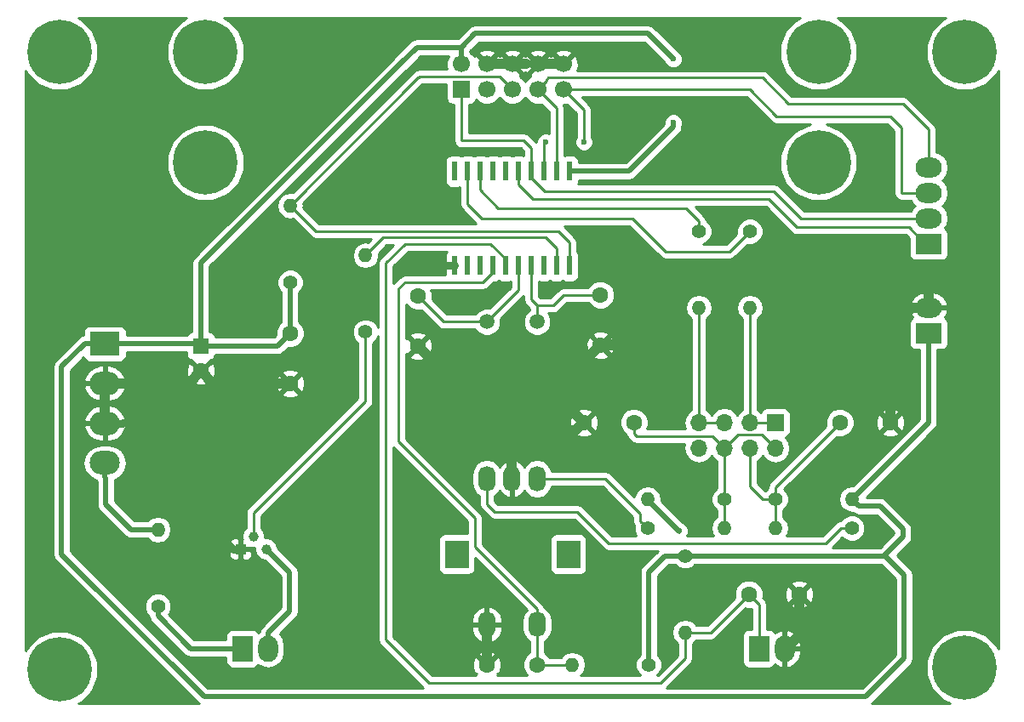
<source format=gbr>
G04 #@! TF.FileFunction,Copper,L2,Bot,Signal*
%FSLAX46Y46*%
G04 Gerber Fmt 4.6, Leading zero omitted, Abs format (unit mm)*
G04 Created by KiCad (PCBNEW 4.0.7-e2-6376~58~ubuntu16.04.1) date Thu Nov 16 15:14:13 2017*
%MOMM*%
%LPD*%
G01*
G04 APERTURE LIST*
%ADD10C,0.100000*%
%ADD11R,3.000000X2.350000*%
%ADD12O,3.000000X2.350000*%
%ADD13C,1.500000*%
%ADD14C,1.400000*%
%ADD15O,1.400000X1.400000*%
%ADD16C,6.400000*%
%ADD17C,0.800000*%
%ADD18R,1.600000X1.600000*%
%ADD19C,1.600000*%
%ADD20R,1.700000X1.700000*%
%ADD21O,1.700000X1.700000*%
%ADD22R,2.000000X2.600000*%
%ADD23O,2.000000X2.600000*%
%ADD24R,2.600000X2.000000*%
%ADD25O,2.600000X2.000000*%
%ADD26C,1.000000*%
%ADD27R,1.000000X1.000000*%
%ADD28R,2.400000X2.800000*%
%ADD29O,1.720000X2.540000*%
%ADD30R,0.600000X1.950000*%
%ADD31C,1.700000*%
%ADD32C,0.600000*%
%ADD33C,0.500000*%
%ADD34C,0.250000*%
%ADD35C,1.000000*%
%ADD36C,0.750000*%
%ADD37C,0.254000*%
G04 APERTURE END LIST*
D10*
D11*
X99500000Y-74040000D03*
D12*
X99500000Y-78000000D03*
X99500000Y-81960000D03*
X99500000Y-85920000D03*
D13*
X137498000Y-71867000D03*
X142498000Y-71867000D03*
D14*
X117940000Y-67930000D03*
D15*
X117940000Y-60310000D03*
D16*
X95000000Y-45000000D03*
D17*
X97400000Y-45000000D03*
X96697056Y-46697056D03*
X95000000Y-47400000D03*
X93302944Y-46697056D03*
X92600000Y-45000000D03*
X93302944Y-43302944D03*
X95000000Y-42600000D03*
X96697056Y-43302944D03*
D16*
X185000000Y-45000000D03*
D17*
X187400000Y-45000000D03*
X186697056Y-46697056D03*
X185000000Y-47400000D03*
X183302944Y-46697056D03*
X182600000Y-45000000D03*
X183302944Y-43302944D03*
X185000000Y-42600000D03*
X186697056Y-43302944D03*
D16*
X185000000Y-106302944D03*
D17*
X187400000Y-106302944D03*
X186697056Y-108000000D03*
X185000000Y-108702944D03*
X183302944Y-108000000D03*
X182600000Y-106302944D03*
X183302944Y-104605888D03*
X185000000Y-103902944D03*
X186697056Y-104605888D03*
D16*
X95000000Y-106500000D03*
D17*
X97400000Y-106500000D03*
X96697056Y-108197056D03*
X95000000Y-108900000D03*
X93302944Y-108197056D03*
X92600000Y-106500000D03*
X93302944Y-104802944D03*
X95000000Y-104100000D03*
X96697056Y-104802944D03*
D16*
X109500000Y-45000000D03*
D17*
X111900000Y-45000000D03*
X111197056Y-46697056D03*
X109500000Y-47400000D03*
X107802944Y-46697056D03*
X107100000Y-45000000D03*
X107802944Y-43302944D03*
X109500000Y-42600000D03*
X111197056Y-43302944D03*
D16*
X170500000Y-45000000D03*
D17*
X172900000Y-45000000D03*
X172197056Y-46697056D03*
X170500000Y-47400000D03*
X168802944Y-46697056D03*
X168100000Y-45000000D03*
X168802944Y-43302944D03*
X170500000Y-42600000D03*
X172197056Y-43302944D03*
D16*
X109500000Y-56000000D03*
D17*
X111900000Y-56000000D03*
X111197056Y-57697056D03*
X109500000Y-58400000D03*
X107802944Y-57697056D03*
X107100000Y-56000000D03*
X107802944Y-54302944D03*
X109500000Y-53600000D03*
X111197056Y-54302944D03*
D16*
X170500000Y-56000000D03*
D17*
X172900000Y-56000000D03*
X172197056Y-57697056D03*
X170500000Y-58400000D03*
X168802944Y-57697056D03*
X168100000Y-56000000D03*
X168802944Y-54302944D03*
X170500000Y-53600000D03*
X172197056Y-54302944D03*
D18*
X109050000Y-74280000D03*
D19*
X109050000Y-76780000D03*
X148801000Y-74200000D03*
X148801000Y-69200000D03*
X117940000Y-73010000D03*
X117940000Y-78010000D03*
X130640000Y-74280000D03*
X130640000Y-69280000D03*
X147150000Y-81900000D03*
X152150000Y-81900000D03*
X177630000Y-81900000D03*
X172630000Y-81900000D03*
X142500000Y-106030000D03*
X137500000Y-106030000D03*
X163560000Y-98990000D03*
X168560000Y-98990000D03*
D20*
X166200000Y-81900000D03*
D21*
X166200000Y-84440000D03*
X163660000Y-81900000D03*
X163660000Y-84440000D03*
X161120000Y-81900000D03*
X161120000Y-84440000D03*
X158580000Y-81900000D03*
X158580000Y-84440000D03*
D22*
X113200000Y-104400000D03*
D23*
X115740000Y-104400000D03*
D24*
X181440000Y-73010000D03*
D25*
X181440000Y-70470000D03*
D24*
X181440000Y-64120000D03*
D25*
X181440000Y-61580000D03*
X181440000Y-59040000D03*
X181440000Y-56500000D03*
D22*
X164560000Y-104400000D03*
D23*
X167100000Y-104400000D03*
D26*
X114282400Y-93215700D03*
X115552400Y-94485700D03*
D27*
X113012400Y-94485700D03*
D14*
X161120000Y-89520000D03*
D15*
X153500000Y-89520000D03*
D14*
X166200000Y-89520000D03*
D15*
X173820000Y-89520000D03*
D14*
X163660000Y-62850000D03*
D15*
X163660000Y-70470000D03*
D14*
X158580000Y-62850000D03*
D15*
X158580000Y-70470000D03*
D14*
X153480000Y-92400000D03*
D15*
X161100000Y-92400000D03*
D14*
X125433000Y-72883000D03*
D15*
X125433000Y-65263000D03*
D14*
X173800000Y-92400000D03*
D15*
X166180000Y-92400000D03*
D14*
X104782800Y-100175300D03*
D15*
X104782800Y-92555300D03*
D14*
X153600000Y-106000000D03*
D15*
X145980000Y-106000000D03*
D14*
X157210000Y-95180000D03*
D15*
X157210000Y-102800000D03*
D28*
X134500000Y-95000000D03*
D29*
X137500000Y-87500000D03*
X140000000Y-87500000D03*
X142500000Y-87500000D03*
X137500000Y-102000000D03*
X142500000Y-102000000D03*
D28*
X145600000Y-95000000D03*
D30*
X145715000Y-66280000D03*
X144445000Y-66280000D03*
X143175000Y-66280000D03*
X141905000Y-66280000D03*
X140635000Y-66280000D03*
X139365000Y-66280000D03*
X138095000Y-66280000D03*
X136825000Y-66280000D03*
X135555000Y-66280000D03*
X134285000Y-66280000D03*
X134285000Y-56880000D03*
X135555000Y-56880000D03*
X136825000Y-56880000D03*
X138095000Y-56880000D03*
X139365000Y-56880000D03*
X140635000Y-56880000D03*
X141905000Y-56880000D03*
X143175000Y-56880000D03*
X144445000Y-56880000D03*
X145715000Y-56880000D03*
D20*
X134958000Y-48753000D03*
D31*
X134958000Y-46213000D03*
X137498000Y-48753000D03*
X137498000Y-46213000D03*
X140038000Y-48753000D03*
X140038000Y-46213000D03*
X142578000Y-48753000D03*
X142578000Y-46213000D03*
X145118000Y-48753000D03*
X145118000Y-46213000D03*
D32*
X156600000Y-92700000D03*
X156040000Y-52055000D03*
X156040000Y-45705000D03*
X104700000Y-78000000D03*
X137500000Y-104200000D03*
X168560000Y-101000000D03*
X177630000Y-77000000D03*
X171500000Y-67168000D03*
X154897000Y-70343000D03*
X141435000Y-83932000D03*
X143340000Y-78090000D03*
X109000000Y-83615300D03*
X114500000Y-78010000D03*
X132339100Y-73000000D03*
X133561000Y-70000000D03*
X139000000Y-51000000D03*
X130000000Y-60000000D03*
X151937900Y-58000000D03*
X151937900Y-53500000D03*
X151937900Y-51500000D03*
X131529000Y-66279000D03*
X147150000Y-53960000D03*
X143340000Y-53960000D03*
D33*
X109050000Y-74280000D02*
X109050000Y-66000000D01*
X112225000Y-62850000D02*
X112200000Y-62850000D01*
X112200000Y-62850000D02*
X109050000Y-66000000D01*
X151638264Y-56881000D02*
X145745011Y-56881000D01*
X134958000Y-44562000D02*
X134958000Y-46213000D01*
X112225000Y-62850000D02*
X128862000Y-46213000D01*
X128862000Y-46213000D02*
X128887400Y-46213000D01*
X128887400Y-46213000D02*
X130538400Y-44562000D01*
X130538400Y-44562000D02*
X134958000Y-44562000D01*
X134958000Y-44562000D02*
X136355000Y-43165000D01*
X136355000Y-43165000D02*
X153500000Y-43165000D01*
X153500000Y-43165000D02*
X156040000Y-45705000D01*
X95200000Y-95000000D02*
X109400000Y-109200000D01*
X109400000Y-109200000D02*
X175200000Y-109200000D01*
X95200000Y-76340000D02*
X95200000Y-95000000D01*
X99500000Y-74040000D02*
X97500000Y-74040000D01*
X97500000Y-74040000D02*
X95200000Y-76340000D01*
X179005000Y-97105000D02*
X179005000Y-105385000D01*
X179005000Y-105385000D02*
X179010000Y-105390000D01*
X178900000Y-92500000D02*
X178900000Y-93295000D01*
X178900000Y-93295000D02*
X176995000Y-95200000D01*
X176619999Y-90219999D02*
X178900000Y-92500000D01*
X173820000Y-89520000D02*
X174519999Y-90219999D01*
X174519999Y-90219999D02*
X176619999Y-90219999D01*
X155220000Y-95180000D02*
X153600000Y-96800000D01*
X153600000Y-96800000D02*
X153600000Y-106000000D01*
X157210000Y-95180000D02*
X155220000Y-95180000D01*
X155012474Y-91112474D02*
X156637423Y-92737423D01*
X153500000Y-89600000D02*
X155050051Y-91150051D01*
X99175000Y-74040000D02*
X99500000Y-74040000D01*
X179010000Y-105390000D02*
X175200000Y-109200000D01*
X177100000Y-95200000D02*
X179005000Y-97105000D01*
X145745011Y-56881000D02*
X145745011Y-56880000D01*
X156040000Y-52055000D02*
X156040000Y-52479264D01*
X156040000Y-52479264D02*
X151638264Y-56881000D01*
X117940000Y-73010000D02*
X117940000Y-67930000D01*
X109050000Y-74280000D02*
X116670000Y-74280000D01*
X116670000Y-74280000D02*
X117940000Y-73010000D01*
X99500000Y-74040000D02*
X108810000Y-74040000D01*
X108810000Y-74040000D02*
X109050000Y-74280000D01*
X176995000Y-95200000D02*
X157310000Y-95200000D01*
X181440000Y-73010000D02*
X181440000Y-81900000D01*
X181440000Y-81900000D02*
X173820000Y-89520000D01*
D34*
X181440000Y-73010000D02*
X181440000Y-74260000D01*
D35*
X104700000Y-78000000D02*
X107830000Y-78000000D01*
X99500000Y-78000000D02*
X104700000Y-78000000D01*
X137500000Y-104200000D02*
X137500000Y-106030000D01*
X137500000Y-102000000D02*
X137500000Y-104200000D01*
X168560000Y-101000000D02*
X168560000Y-103040000D01*
X168560000Y-98990000D02*
X168560000Y-101000000D01*
X177630000Y-77000000D02*
X177630000Y-81900000D01*
X177630000Y-72375000D02*
X177630000Y-77000000D01*
X171500000Y-67168000D02*
X179789000Y-67168000D01*
X156929000Y-67168000D02*
X171500000Y-67168000D01*
D36*
X109000000Y-83615300D02*
X110383500Y-84998800D01*
X107310100Y-81925400D02*
X109000000Y-83615300D01*
D35*
X114500000Y-78010000D02*
X117940000Y-78010000D01*
X110280000Y-78010000D02*
X114500000Y-78010000D01*
D36*
X112288500Y-94511100D02*
X112987000Y-94511100D01*
D34*
X112987000Y-94511100D02*
X113012400Y-94485700D01*
D36*
X110383500Y-92606100D02*
X112288500Y-94511100D01*
X110383500Y-84998800D02*
X110383500Y-92606100D01*
X101284600Y-81925400D02*
X107310100Y-81925400D01*
X99500000Y-81960000D02*
X101250000Y-81960000D01*
D34*
X101250000Y-81960000D02*
X101284600Y-81925400D01*
X168560000Y-103040000D02*
X168390000Y-103210000D01*
D35*
X140038000Y-46213000D02*
X138835919Y-46213000D01*
X138835919Y-46213000D02*
X137498000Y-46213000D01*
D34*
X142578000Y-46213000D02*
X141375919Y-46213000D01*
D35*
X141375919Y-46213000D02*
X140038000Y-46213000D01*
X145118000Y-46213000D02*
X142578000Y-46213000D01*
X168390000Y-103210000D02*
X167200000Y-104400000D01*
X179408000Y-70597000D02*
X177630000Y-72375000D01*
X179763000Y-70597000D02*
X179408000Y-70597000D01*
X181440000Y-70470000D02*
X179890000Y-70470000D01*
D34*
X179890000Y-70470000D02*
X179763000Y-70597000D01*
D35*
X148801000Y-74200000D02*
X149932370Y-74200000D01*
D34*
X149932370Y-74200000D02*
X149979370Y-74153000D01*
D35*
X181440000Y-68819000D02*
X181440000Y-70470000D01*
X149979370Y-74153000D02*
X151087000Y-74153000D01*
X151087000Y-74153000D02*
X154897000Y-70343000D01*
X154897000Y-70343000D02*
X154897000Y-69200000D01*
X154897000Y-69200000D02*
X156929000Y-67168000D01*
X179789000Y-67168000D02*
X181440000Y-68819000D01*
X143340000Y-78090000D02*
X144911000Y-78090000D01*
X144911000Y-78090000D02*
X148801000Y-74200000D01*
X141435000Y-83932000D02*
X140000000Y-85367000D01*
X140000000Y-85367000D02*
X140000000Y-87500000D01*
X144864000Y-83932000D02*
X141435000Y-83932000D01*
X146096001Y-82699999D02*
X144864000Y-83932000D01*
X147150000Y-81900000D02*
X146350001Y-82699999D01*
X146350001Y-82699999D02*
X146096001Y-82699999D01*
X130640000Y-74280000D02*
X134450000Y-78090000D01*
X134450000Y-78090000D02*
X143340000Y-78090000D01*
X143340000Y-78090000D02*
X147150000Y-81900000D01*
D36*
X131529000Y-66279000D02*
X134284000Y-66279000D01*
D34*
X134284000Y-66279000D02*
X134285000Y-66280000D01*
D35*
X109050000Y-76780000D02*
X110280000Y-78010000D01*
X107830000Y-78000000D02*
X109050000Y-76780000D01*
X99500000Y-81960000D02*
X99500000Y-78000000D01*
D34*
X144102000Y-70263000D02*
X142498000Y-70263000D01*
X148801000Y-69200000D02*
X145165000Y-69200000D01*
X145165000Y-69200000D02*
X144102000Y-70263000D01*
X142498000Y-70263000D02*
X141905000Y-69670000D01*
X141905000Y-69670000D02*
X141905000Y-66280000D01*
X142498000Y-71867000D02*
X142498000Y-70263000D01*
X137498000Y-71867000D02*
X133227000Y-71867000D01*
X133227000Y-71867000D02*
X130640000Y-69280000D01*
X140673000Y-68692000D02*
X140635000Y-68654000D01*
X140635000Y-68654000D02*
X140635000Y-66280000D01*
X137498000Y-71867000D02*
X140673000Y-68692000D01*
X161120000Y-89520000D02*
X161120000Y-92380000D01*
X161120000Y-92380000D02*
X161100000Y-92400000D01*
X152150000Y-81900000D02*
X152150000Y-83031370D01*
X152150000Y-83031370D02*
X152383629Y-83264999D01*
X152383629Y-83264999D02*
X159944999Y-83264999D01*
X159944999Y-83264999D02*
X160270001Y-83590001D01*
X160270001Y-83590001D02*
X161120000Y-84440000D01*
X161120000Y-84440000D02*
X162484999Y-83075001D01*
X162484999Y-83075001D02*
X164835001Y-83075001D01*
X164835001Y-83075001D02*
X165350001Y-83590001D01*
X165350001Y-83590001D02*
X166200000Y-84440000D01*
X161120000Y-89520000D02*
X161120000Y-84440000D01*
X166200000Y-89520000D02*
X166200000Y-92380000D01*
X166200000Y-92380000D02*
X166180000Y-92400000D01*
X166200000Y-89520000D02*
X166200000Y-88330000D01*
X166200000Y-88330000D02*
X172630000Y-81900000D01*
X164930000Y-89520000D02*
X163660000Y-88250000D01*
X163660000Y-88250000D02*
X163660000Y-84440000D01*
X166200000Y-89520000D02*
X164930000Y-89520000D01*
X142500000Y-106030000D02*
X145950000Y-106030000D01*
X145950000Y-106030000D02*
X145980000Y-106000000D01*
X142500000Y-102000000D02*
X142500000Y-100480000D01*
X142500000Y-100480000D02*
X136314990Y-94294990D01*
X136314990Y-94294990D02*
X136314990Y-91384990D01*
X128735000Y-68565000D02*
X129370000Y-67930000D01*
X136314990Y-91384990D02*
X128735000Y-83805000D01*
X128735000Y-83805000D02*
X128735000Y-68565000D01*
X129370000Y-67930000D02*
X137120000Y-67930000D01*
X137120000Y-67930000D02*
X138095000Y-66955000D01*
X138095000Y-66955000D02*
X138095000Y-66280000D01*
X142500000Y-102000000D02*
X142500000Y-103520000D01*
X142500000Y-103520000D02*
X142500000Y-106030000D01*
X157210000Y-102800000D02*
X157210000Y-105400000D01*
X131730000Y-107800000D02*
X127465000Y-103535000D01*
X129370000Y-64120000D02*
X137880000Y-64120000D01*
X157210000Y-105400000D02*
X154810000Y-107800000D01*
X154810000Y-107800000D02*
X131730000Y-107800000D01*
X139365000Y-65605000D02*
X139365000Y-66280000D01*
X127465000Y-103535000D02*
X127465000Y-66025000D01*
X127465000Y-66025000D02*
X129370000Y-64120000D01*
X137880000Y-64120000D02*
X139365000Y-65605000D01*
X163560000Y-98990000D02*
X164560000Y-99990000D01*
X164560000Y-99990000D02*
X164560000Y-104400000D01*
X157210000Y-102800000D02*
X159750000Y-102800000D01*
X159750000Y-102800000D02*
X163560000Y-98990000D01*
D33*
X99588500Y-90053400D02*
X102090400Y-92555300D01*
X102090400Y-92555300D02*
X104782800Y-92555300D01*
X99588500Y-87433500D02*
X99588500Y-90053400D01*
X99500000Y-85920000D02*
X99500000Y-87345000D01*
D34*
X99500000Y-87345000D02*
X99588500Y-87433500D01*
X163660000Y-81900000D02*
X164862081Y-81900000D01*
X164862081Y-81900000D02*
X166200000Y-81900000D01*
X163660000Y-70470000D02*
X163660000Y-71459949D01*
X163660000Y-71459949D02*
X163660000Y-81900000D01*
X158580000Y-81900000D02*
X159782081Y-81900000D01*
X159782081Y-81900000D02*
X161120000Y-81900000D01*
X158580000Y-70470000D02*
X158580000Y-71459949D01*
X158580000Y-71459949D02*
X158580000Y-81900000D01*
D33*
X117901900Y-100688100D02*
X117901900Y-96835200D01*
X117901900Y-96835200D02*
X115552400Y-94485700D01*
X115740000Y-104400000D02*
X115740000Y-102850000D01*
X115740000Y-102850000D02*
X117901900Y-100688100D01*
D34*
X142070000Y-59675000D02*
X140635000Y-58240000D01*
X140635000Y-58240000D02*
X140635000Y-56880000D01*
X165565000Y-59675000D02*
X142070000Y-59675000D01*
X168359000Y-62469000D02*
X165565000Y-59675000D01*
X179489000Y-62469000D02*
X168359000Y-62469000D01*
X181440000Y-64120000D02*
X181140000Y-64120000D01*
X181140000Y-64120000D02*
X179489000Y-62469000D01*
X166073000Y-58913000D02*
X143263000Y-58913000D01*
X143263000Y-58913000D02*
X141905000Y-57555000D01*
X141905000Y-57555000D02*
X141905000Y-56880000D01*
X168740000Y-61580000D02*
X166073000Y-58913000D01*
X181440000Y-61580000D02*
X168740000Y-61580000D01*
X141181000Y-53833000D02*
X141905000Y-54557000D01*
X141905000Y-54557000D02*
X141905000Y-56880000D01*
X134958000Y-53833000D02*
X141181000Y-53833000D01*
X134958000Y-48753000D02*
X134958000Y-53833000D01*
X147150000Y-53960000D02*
X147150000Y-50785000D01*
X147150000Y-50785000D02*
X145118000Y-48753000D01*
X143175000Y-56880000D02*
X143175000Y-54125000D01*
X143175000Y-54125000D02*
X143340000Y-53960000D01*
X166327000Y-51420000D02*
X163660000Y-48753000D01*
X163660000Y-48753000D02*
X145118000Y-48753000D01*
X177630000Y-51420000D02*
X166327000Y-51420000D01*
X178773000Y-52563000D02*
X177630000Y-51420000D01*
X178773000Y-59040000D02*
X178773000Y-52563000D01*
X181440000Y-59040000D02*
X178773000Y-59040000D01*
X143175000Y-57555000D02*
X143175000Y-56880000D01*
X178900000Y-50150000D02*
X181440000Y-52690000D01*
X181440000Y-52690000D02*
X181440000Y-56500000D01*
X167470000Y-50150000D02*
X178900000Y-50150000D01*
X164897999Y-47577999D02*
X167470000Y-50150000D01*
X143427999Y-47776001D02*
X143626001Y-47577999D01*
X143626001Y-47577999D02*
X164897999Y-47577999D01*
X142578000Y-48753000D02*
X143427999Y-47903001D01*
X143427999Y-47903001D02*
X143427999Y-47776001D01*
X142578000Y-48753000D02*
X144445000Y-50620000D01*
X144445000Y-50620000D02*
X144445000Y-55655000D01*
X144445000Y-55655000D02*
X144445000Y-56880000D01*
X125433000Y-72883000D02*
X125433000Y-79760000D01*
X125433000Y-79760000D02*
X114282400Y-90910600D01*
X114282400Y-90910600D02*
X114282400Y-93215700D01*
X117940000Y-60310000D02*
X130672001Y-47577999D01*
X130672001Y-47577999D02*
X130710101Y-47577999D01*
X139188001Y-47903001D02*
X140038000Y-48753000D01*
X130710101Y-47577999D02*
X130800099Y-47488001D01*
X130800099Y-47488001D02*
X138773001Y-47488001D01*
X138773001Y-47488001D02*
X139188001Y-47903001D01*
X144610000Y-62850000D02*
X120480000Y-62850000D01*
X120480000Y-62850000D02*
X117940000Y-60310000D01*
X145715000Y-63955000D02*
X144610000Y-62850000D01*
X145715000Y-66280000D02*
X145715000Y-63955000D01*
X163660000Y-62850000D02*
X161628000Y-64882000D01*
X161628000Y-64882000D02*
X155278000Y-64882000D01*
X155278000Y-64882000D02*
X151976000Y-61580000D01*
X151976000Y-61580000D02*
X136990000Y-61580000D01*
X136990000Y-61580000D02*
X135555000Y-60145000D01*
X135555000Y-60145000D02*
X135555000Y-56880000D01*
X138641000Y-60564000D02*
X136825000Y-58748000D01*
X136825000Y-58748000D02*
X136825000Y-56880000D01*
X153500000Y-60564000D02*
X138641000Y-60564000D01*
X157310000Y-60590051D02*
X153526051Y-60590051D01*
X153526051Y-60590051D02*
X153500000Y-60564000D01*
X158580000Y-62850000D02*
X158580000Y-61860051D01*
X158580000Y-61860051D02*
X157310000Y-60590051D01*
X152780001Y-90980001D02*
X149300000Y-87500000D01*
X149300000Y-87500000D02*
X147670000Y-87500000D01*
X153480000Y-92400000D02*
X152780001Y-91700001D01*
X152780001Y-91700001D02*
X152780001Y-90980001D01*
X147670000Y-87500000D02*
X142500000Y-87500000D01*
X125433000Y-65263000D02*
X127211000Y-63485000D01*
X144445000Y-64590000D02*
X144445000Y-66280000D01*
X127211000Y-63485000D02*
X143340000Y-63485000D01*
X143340000Y-63485000D02*
X144445000Y-64590000D01*
X144445000Y-65605000D02*
X144445000Y-66280000D01*
X173800000Y-92400000D02*
X172700000Y-92400000D01*
X171200000Y-93900000D02*
X149625000Y-93900000D01*
X172700000Y-92400000D02*
X171200000Y-93900000D01*
X149625000Y-93900000D02*
X146515000Y-90790000D01*
X146515000Y-90790000D02*
X138260000Y-90790000D01*
X138260000Y-90790000D02*
X137500000Y-90030000D01*
X137500000Y-90030000D02*
X137500000Y-87500000D01*
D33*
X104782800Y-100175300D02*
X104782800Y-101165249D01*
X104782800Y-101165249D02*
X108017551Y-104400000D01*
X108017551Y-104400000D02*
X111950000Y-104400000D01*
X111950000Y-104400000D02*
X113200000Y-104400000D01*
D37*
G36*
X107330485Y-41746950D02*
X106250741Y-42824811D01*
X105665667Y-44233825D01*
X105664336Y-45759482D01*
X106246950Y-47169515D01*
X107324811Y-48249259D01*
X108733825Y-48834333D01*
X110259482Y-48835664D01*
X111669515Y-48253050D01*
X112749259Y-47175189D01*
X113334333Y-45766175D01*
X113335664Y-44240518D01*
X112753050Y-42830485D01*
X111675189Y-41750741D01*
X111377188Y-41627000D01*
X168620786Y-41627000D01*
X168330485Y-41746950D01*
X167250741Y-42824811D01*
X166665667Y-44233825D01*
X166664336Y-45759482D01*
X167246950Y-47169515D01*
X168324811Y-48249259D01*
X169733825Y-48834333D01*
X171259482Y-48835664D01*
X172669515Y-48253050D01*
X173749259Y-47175189D01*
X174334333Y-45766175D01*
X174335664Y-44240518D01*
X173753050Y-42830485D01*
X172675189Y-41750741D01*
X172377188Y-41627000D01*
X183120786Y-41627000D01*
X182830485Y-41746950D01*
X181750741Y-42824811D01*
X181165667Y-44233825D01*
X181164336Y-45759482D01*
X181746950Y-47169515D01*
X182824811Y-48249259D01*
X184233825Y-48834333D01*
X185759482Y-48835664D01*
X187169515Y-48253050D01*
X188249259Y-47175189D01*
X188373000Y-46877188D01*
X188373000Y-104423730D01*
X188253050Y-104133429D01*
X187175189Y-103053685D01*
X185766175Y-102468611D01*
X184240518Y-102467280D01*
X182830485Y-103049894D01*
X181750741Y-104127755D01*
X181165667Y-105536769D01*
X181164336Y-107062426D01*
X181746950Y-108472459D01*
X182824811Y-109552203D01*
X183597376Y-109873000D01*
X175755135Y-109873000D01*
X175825790Y-109825790D01*
X179635790Y-106015789D01*
X179827633Y-105728674D01*
X179895001Y-105390000D01*
X179890000Y-105364859D01*
X179890000Y-97105005D01*
X179890001Y-97105000D01*
X179822633Y-96766326D01*
X179822633Y-96766325D01*
X179630790Y-96479210D01*
X179630787Y-96479208D01*
X178299080Y-95147500D01*
X179525787Y-93920792D01*
X179525790Y-93920790D01*
X179717633Y-93633675D01*
X179737263Y-93534990D01*
X179785001Y-93295000D01*
X179785000Y-93294995D01*
X179785000Y-92500000D01*
X179717633Y-92161325D01*
X179525790Y-91874210D01*
X179525787Y-91874208D01*
X177245789Y-89594209D01*
X176958674Y-89402366D01*
X176902483Y-89391189D01*
X176619999Y-89334998D01*
X176619994Y-89334999D01*
X175256581Y-89334999D01*
X182065787Y-82525792D01*
X182065790Y-82525790D01*
X182257633Y-82238675D01*
X182325000Y-81900000D01*
X182325000Y-74657440D01*
X182740000Y-74657440D01*
X182975317Y-74613162D01*
X183191441Y-74474090D01*
X183336431Y-74261890D01*
X183387440Y-74010000D01*
X183387440Y-72010000D01*
X183343162Y-71774683D01*
X183204090Y-71558559D01*
X183037380Y-71444651D01*
X183299144Y-70978355D01*
X183330124Y-70850434D01*
X183210777Y-70597000D01*
X181567000Y-70597000D01*
X181567000Y-70617000D01*
X181313000Y-70617000D01*
X181313000Y-70597000D01*
X179669223Y-70597000D01*
X179549876Y-70850434D01*
X179580856Y-70978355D01*
X179843495Y-71446211D01*
X179688559Y-71545910D01*
X179543569Y-71758110D01*
X179492560Y-72010000D01*
X179492560Y-74010000D01*
X179536838Y-74245317D01*
X179675910Y-74461441D01*
X179888110Y-74606431D01*
X180140000Y-74657440D01*
X180555000Y-74657440D01*
X180555000Y-81533421D01*
X173893919Y-88194501D01*
X173846154Y-88185000D01*
X173793846Y-88185000D01*
X173282964Y-88286621D01*
X172849858Y-88576012D01*
X172560467Y-89009118D01*
X172458846Y-89520000D01*
X172560467Y-90030882D01*
X172849858Y-90463988D01*
X173282964Y-90753379D01*
X173793846Y-90855000D01*
X173846154Y-90855000D01*
X173893920Y-90845499D01*
X173894207Y-90845786D01*
X173894209Y-90845789D01*
X174095073Y-90980001D01*
X174181324Y-91037632D01*
X174519999Y-91105000D01*
X174520004Y-91104999D01*
X176253419Y-91104999D01*
X178015000Y-92866579D01*
X178015000Y-92928421D01*
X176628420Y-94315000D01*
X171859802Y-94315000D01*
X172843424Y-93331378D01*
X173042796Y-93531098D01*
X173533287Y-93734768D01*
X174064383Y-93735231D01*
X174555229Y-93532418D01*
X174931098Y-93157204D01*
X175134768Y-92666713D01*
X175135231Y-92135617D01*
X174932418Y-91644771D01*
X174557204Y-91268902D01*
X174066713Y-91065232D01*
X173535617Y-91064769D01*
X173044771Y-91267582D01*
X172668902Y-91642796D01*
X172667368Y-91646491D01*
X172409160Y-91697852D01*
X172162599Y-91862599D01*
X170885198Y-93140000D01*
X167286442Y-93140000D01*
X167439533Y-92910882D01*
X167541154Y-92400000D01*
X167439533Y-91889118D01*
X167150142Y-91456012D01*
X166960000Y-91328964D01*
X166960000Y-90647655D01*
X167331098Y-90277204D01*
X167534768Y-89786713D01*
X167535231Y-89255617D01*
X167332418Y-88764771D01*
X167086439Y-88518363D01*
X172291546Y-83313256D01*
X172343309Y-83334750D01*
X172914187Y-83335248D01*
X173441800Y-83117243D01*
X173651663Y-82907745D01*
X176801861Y-82907745D01*
X176875995Y-83153864D01*
X177413223Y-83346965D01*
X177983454Y-83319778D01*
X178384005Y-83153864D01*
X178458139Y-82907745D01*
X177630000Y-82079605D01*
X176801861Y-82907745D01*
X173651663Y-82907745D01*
X173845824Y-82713923D01*
X174064750Y-82186691D01*
X174065189Y-81683223D01*
X176183035Y-81683223D01*
X176210222Y-82253454D01*
X176376136Y-82654005D01*
X176622255Y-82728139D01*
X177450395Y-81900000D01*
X177809605Y-81900000D01*
X178637745Y-82728139D01*
X178883864Y-82654005D01*
X179076965Y-82116777D01*
X179049778Y-81546546D01*
X178883864Y-81145995D01*
X178637745Y-81071861D01*
X177809605Y-81900000D01*
X177450395Y-81900000D01*
X176622255Y-81071861D01*
X176376136Y-81145995D01*
X176183035Y-81683223D01*
X174065189Y-81683223D01*
X174065248Y-81615813D01*
X173847243Y-81088200D01*
X173651640Y-80892255D01*
X176801861Y-80892255D01*
X177630000Y-81720395D01*
X178458139Y-80892255D01*
X178384005Y-80646136D01*
X177846777Y-80453035D01*
X177276546Y-80480222D01*
X176875995Y-80646136D01*
X176801861Y-80892255D01*
X173651640Y-80892255D01*
X173443923Y-80684176D01*
X172916691Y-80465250D01*
X172345813Y-80464752D01*
X171818200Y-80682757D01*
X171414176Y-81086077D01*
X171195250Y-81613309D01*
X171194752Y-82184187D01*
X171217049Y-82238149D01*
X165662599Y-87792599D01*
X165497852Y-88039161D01*
X165440000Y-88330000D01*
X165440000Y-88392345D01*
X165158328Y-88673526D01*
X164420000Y-87935198D01*
X164420000Y-85712954D01*
X164710054Y-85519147D01*
X164930000Y-85189974D01*
X165149946Y-85519147D01*
X165631715Y-85841054D01*
X166200000Y-85954093D01*
X166768285Y-85841054D01*
X167250054Y-85519147D01*
X167571961Y-85037378D01*
X167685000Y-84469093D01*
X167685000Y-84410907D01*
X167571961Y-83842622D01*
X167250054Y-83360853D01*
X167248821Y-83360029D01*
X167285317Y-83353162D01*
X167501441Y-83214090D01*
X167646431Y-83001890D01*
X167697440Y-82750000D01*
X167697440Y-81050000D01*
X167653162Y-80814683D01*
X167514090Y-80598559D01*
X167301890Y-80453569D01*
X167050000Y-80402560D01*
X165350000Y-80402560D01*
X165114683Y-80446838D01*
X164898559Y-80585910D01*
X164753569Y-80798110D01*
X164739914Y-80865541D01*
X164710054Y-80820853D01*
X164420000Y-80627046D01*
X164420000Y-71563078D01*
X164603988Y-71440142D01*
X164893379Y-71007036D01*
X164995000Y-70496154D01*
X164995000Y-70443846D01*
X164924530Y-70089566D01*
X179549876Y-70089566D01*
X179669223Y-70343000D01*
X181313000Y-70343000D01*
X181313000Y-68835000D01*
X181567000Y-68835000D01*
X181567000Y-70343000D01*
X183210777Y-70343000D01*
X183330124Y-70089566D01*
X183299144Y-69961645D01*
X182985922Y-69403683D01*
X182483020Y-69008058D01*
X181867000Y-68835000D01*
X181567000Y-68835000D01*
X181313000Y-68835000D01*
X181013000Y-68835000D01*
X180396980Y-69008058D01*
X179894078Y-69403683D01*
X179580856Y-69961645D01*
X179549876Y-70089566D01*
X164924530Y-70089566D01*
X164893379Y-69932964D01*
X164603988Y-69499858D01*
X164170882Y-69210467D01*
X163660000Y-69108846D01*
X163149118Y-69210467D01*
X162716012Y-69499858D01*
X162426621Y-69932964D01*
X162325000Y-70443846D01*
X162325000Y-70496154D01*
X162426621Y-71007036D01*
X162716012Y-71440142D01*
X162900000Y-71563078D01*
X162900000Y-80627046D01*
X162609946Y-80820853D01*
X162390000Y-81150026D01*
X162170054Y-80820853D01*
X161688285Y-80498946D01*
X161120000Y-80385907D01*
X160551715Y-80498946D01*
X160069946Y-80820853D01*
X159856699Y-81140000D01*
X159843301Y-81140000D01*
X159630054Y-80820853D01*
X159340000Y-80627046D01*
X159340000Y-71563078D01*
X159523988Y-71440142D01*
X159813379Y-71007036D01*
X159915000Y-70496154D01*
X159915000Y-70443846D01*
X159813379Y-69932964D01*
X159523988Y-69499858D01*
X159090882Y-69210467D01*
X158580000Y-69108846D01*
X158069118Y-69210467D01*
X157636012Y-69499858D01*
X157346621Y-69932964D01*
X157245000Y-70443846D01*
X157245000Y-70496154D01*
X157346621Y-71007036D01*
X157636012Y-71440142D01*
X157820000Y-71563078D01*
X157820000Y-80627046D01*
X157529946Y-80820853D01*
X157208039Y-81302622D01*
X157095000Y-81870907D01*
X157095000Y-81929093D01*
X157208039Y-82497378D01*
X157213131Y-82504999D01*
X153452577Y-82504999D01*
X153584750Y-82186691D01*
X153585248Y-81615813D01*
X153367243Y-81088200D01*
X152963923Y-80684176D01*
X152436691Y-80465250D01*
X151865813Y-80464752D01*
X151338200Y-80682757D01*
X150934176Y-81086077D01*
X150715250Y-81613309D01*
X150714752Y-82184187D01*
X150932757Y-82711800D01*
X151336077Y-83115824D01*
X151413166Y-83147834D01*
X151447852Y-83322209D01*
X151612599Y-83568771D01*
X151846228Y-83802400D01*
X152092789Y-83967147D01*
X152383629Y-84024999D01*
X157171762Y-84024999D01*
X157095000Y-84410907D01*
X157095000Y-84469093D01*
X157208039Y-85037378D01*
X157529946Y-85519147D01*
X158011715Y-85841054D01*
X158580000Y-85954093D01*
X159148285Y-85841054D01*
X159630054Y-85519147D01*
X159850000Y-85189974D01*
X160069946Y-85519147D01*
X160360000Y-85712954D01*
X160360000Y-88392345D01*
X159988902Y-88762796D01*
X159785232Y-89253287D01*
X159784769Y-89784383D01*
X159987582Y-90275229D01*
X160360000Y-90648297D01*
X160360000Y-91302237D01*
X160129858Y-91456012D01*
X159840467Y-91889118D01*
X159738846Y-92400000D01*
X159840467Y-92910882D01*
X159993558Y-93140000D01*
X157429699Y-93140000D01*
X157534838Y-92886799D01*
X157535162Y-92514833D01*
X157393117Y-92171057D01*
X157130327Y-91907808D01*
X157009013Y-91857434D01*
X155638264Y-90486684D01*
X155638261Y-90486682D01*
X154829702Y-89678122D01*
X154861154Y-89520000D01*
X154759533Y-89009118D01*
X154470142Y-88576012D01*
X154037036Y-88286621D01*
X153526154Y-88185000D01*
X153473846Y-88185000D01*
X152962964Y-88286621D01*
X152529858Y-88576012D01*
X152240467Y-89009118D01*
X152181312Y-89306510D01*
X149837401Y-86962599D01*
X149590839Y-86797852D01*
X149300000Y-86740000D01*
X143932804Y-86740000D01*
X143881200Y-86480567D01*
X143557125Y-85995554D01*
X143072112Y-85671479D01*
X142500000Y-85557679D01*
X141927888Y-85671479D01*
X141442875Y-85995554D01*
X141245309Y-86291232D01*
X140967322Y-85943073D01*
X140454779Y-85660200D01*
X140358461Y-85638611D01*
X140127000Y-85759799D01*
X140127000Y-87373000D01*
X140147000Y-87373000D01*
X140147000Y-87627000D01*
X140127000Y-87627000D01*
X140127000Y-89240201D01*
X140358461Y-89361389D01*
X140454779Y-89339800D01*
X140967322Y-89056927D01*
X141245309Y-88708768D01*
X141442875Y-89004446D01*
X141927888Y-89328521D01*
X142500000Y-89442321D01*
X143072112Y-89328521D01*
X143557125Y-89004446D01*
X143881200Y-88519433D01*
X143932804Y-88260000D01*
X148985198Y-88260000D01*
X152020001Y-91294803D01*
X152020001Y-91700001D01*
X152077853Y-91990840D01*
X152155887Y-92107627D01*
X152145232Y-92133287D01*
X152144769Y-92664383D01*
X152341290Y-93140000D01*
X149939802Y-93140000D01*
X147052401Y-90252599D01*
X146805839Y-90087852D01*
X146515000Y-90030000D01*
X138574802Y-90030000D01*
X138260000Y-89715198D01*
X138260000Y-89202978D01*
X138557125Y-89004446D01*
X138754691Y-88708768D01*
X139032678Y-89056927D01*
X139545221Y-89339800D01*
X139641539Y-89361389D01*
X139873000Y-89240201D01*
X139873000Y-87627000D01*
X139853000Y-87627000D01*
X139853000Y-87373000D01*
X139873000Y-87373000D01*
X139873000Y-85759799D01*
X139641539Y-85638611D01*
X139545221Y-85660200D01*
X139032678Y-85943073D01*
X138754691Y-86291232D01*
X138557125Y-85995554D01*
X138072112Y-85671479D01*
X137500000Y-85557679D01*
X136927888Y-85671479D01*
X136442875Y-85995554D01*
X136118800Y-86480567D01*
X136005000Y-87052679D01*
X136005000Y-87947321D01*
X136118800Y-88519433D01*
X136442875Y-89004446D01*
X136740000Y-89202978D01*
X136740000Y-90030000D01*
X136797852Y-90320839D01*
X136962599Y-90567401D01*
X137722599Y-91327401D01*
X137969160Y-91492148D01*
X138260000Y-91550000D01*
X146200198Y-91550000D01*
X149087599Y-94437401D01*
X149334160Y-94602148D01*
X149625000Y-94660000D01*
X154488421Y-94660000D01*
X152974210Y-96174210D01*
X152782367Y-96461325D01*
X152778809Y-96479211D01*
X152714999Y-96800000D01*
X152715000Y-96800005D01*
X152715000Y-104997127D01*
X152468902Y-105242796D01*
X152265232Y-105733287D01*
X152264769Y-106264383D01*
X152467582Y-106755229D01*
X152751857Y-107040000D01*
X146806449Y-107040000D01*
X146950142Y-106943988D01*
X147239533Y-106510882D01*
X147341154Y-106000000D01*
X147239533Y-105489118D01*
X146950142Y-105056012D01*
X146517036Y-104766621D01*
X146006154Y-104665000D01*
X145953846Y-104665000D01*
X145442964Y-104766621D01*
X145009858Y-105056012D01*
X144866876Y-105270000D01*
X143738646Y-105270000D01*
X143717243Y-105218200D01*
X143313923Y-104814176D01*
X143260000Y-104791785D01*
X143260000Y-103702978D01*
X143557125Y-103504446D01*
X143881200Y-103019433D01*
X143995000Y-102447321D01*
X143995000Y-101552679D01*
X143881200Y-100980567D01*
X143557125Y-100495554D01*
X143218024Y-100268974D01*
X143202148Y-100189161D01*
X143037401Y-99942599D01*
X137074990Y-93980188D01*
X137074990Y-93600000D01*
X143752560Y-93600000D01*
X143752560Y-96400000D01*
X143796838Y-96635317D01*
X143935910Y-96851441D01*
X144148110Y-96996431D01*
X144400000Y-97047440D01*
X146800000Y-97047440D01*
X147035317Y-97003162D01*
X147251441Y-96864090D01*
X147396431Y-96651890D01*
X147447440Y-96400000D01*
X147447440Y-93600000D01*
X147403162Y-93364683D01*
X147264090Y-93148559D01*
X147051890Y-93003569D01*
X146800000Y-92952560D01*
X144400000Y-92952560D01*
X144164683Y-92996838D01*
X143948559Y-93135910D01*
X143803569Y-93348110D01*
X143752560Y-93600000D01*
X137074990Y-93600000D01*
X137074990Y-91384990D01*
X137017138Y-91094151D01*
X136852391Y-90847589D01*
X129495000Y-83490198D01*
X129495000Y-82907745D01*
X146321861Y-82907745D01*
X146395995Y-83153864D01*
X146933223Y-83346965D01*
X147503454Y-83319778D01*
X147904005Y-83153864D01*
X147978139Y-82907745D01*
X147150000Y-82079605D01*
X146321861Y-82907745D01*
X129495000Y-82907745D01*
X129495000Y-81683223D01*
X145703035Y-81683223D01*
X145730222Y-82253454D01*
X145896136Y-82654005D01*
X146142255Y-82728139D01*
X146970395Y-81900000D01*
X147329605Y-81900000D01*
X148157745Y-82728139D01*
X148403864Y-82654005D01*
X148596965Y-82116777D01*
X148569778Y-81546546D01*
X148403864Y-81145995D01*
X148157745Y-81071861D01*
X147329605Y-81900000D01*
X146970395Y-81900000D01*
X146142255Y-81071861D01*
X145896136Y-81145995D01*
X145703035Y-81683223D01*
X129495000Y-81683223D01*
X129495000Y-80892255D01*
X146321861Y-80892255D01*
X147150000Y-81720395D01*
X147978139Y-80892255D01*
X147904005Y-80646136D01*
X147366777Y-80453035D01*
X146796546Y-80480222D01*
X146395995Y-80646136D01*
X146321861Y-80892255D01*
X129495000Y-80892255D01*
X129495000Y-75287745D01*
X129811861Y-75287745D01*
X129885995Y-75533864D01*
X130423223Y-75726965D01*
X130993454Y-75699778D01*
X131394005Y-75533864D01*
X131468139Y-75287745D01*
X131388140Y-75207745D01*
X147972861Y-75207745D01*
X148046995Y-75453864D01*
X148584223Y-75646965D01*
X149154454Y-75619778D01*
X149555005Y-75453864D01*
X149629139Y-75207745D01*
X148801000Y-74379605D01*
X147972861Y-75207745D01*
X131388140Y-75207745D01*
X130640000Y-74459605D01*
X129811861Y-75287745D01*
X129495000Y-75287745D01*
X129495000Y-75066796D01*
X129632255Y-75108139D01*
X130460395Y-74280000D01*
X130819605Y-74280000D01*
X131647745Y-75108139D01*
X131893864Y-75034005D01*
X132086965Y-74496777D01*
X132062481Y-73983223D01*
X147354035Y-73983223D01*
X147381222Y-74553454D01*
X147547136Y-74954005D01*
X147793255Y-75028139D01*
X148621395Y-74200000D01*
X148980605Y-74200000D01*
X149808745Y-75028139D01*
X150054864Y-74954005D01*
X150247965Y-74416777D01*
X150220778Y-73846546D01*
X150054864Y-73445995D01*
X149808745Y-73371861D01*
X148980605Y-74200000D01*
X148621395Y-74200000D01*
X147793255Y-73371861D01*
X147547136Y-73445995D01*
X147354035Y-73983223D01*
X132062481Y-73983223D01*
X132059778Y-73926546D01*
X131893864Y-73525995D01*
X131647745Y-73451861D01*
X130819605Y-74280000D01*
X130460395Y-74280000D01*
X129632255Y-73451861D01*
X129495000Y-73493204D01*
X129495000Y-73272255D01*
X129811861Y-73272255D01*
X130640000Y-74100395D01*
X131468139Y-73272255D01*
X131394005Y-73026136D01*
X130856777Y-72833035D01*
X130286546Y-72860222D01*
X129885995Y-73026136D01*
X129811861Y-73272255D01*
X129495000Y-73272255D01*
X129495000Y-70164169D01*
X129826077Y-70495824D01*
X130353309Y-70714750D01*
X130924187Y-70715248D01*
X130978149Y-70692951D01*
X132689599Y-72404401D01*
X132936161Y-72569148D01*
X133227000Y-72627000D01*
X136313453Y-72627000D01*
X136323169Y-72650515D01*
X136712436Y-73040461D01*
X137221298Y-73251759D01*
X137772285Y-73252240D01*
X138281515Y-73041831D01*
X138671461Y-72652564D01*
X138882759Y-72143702D01*
X138883240Y-71592715D01*
X138872670Y-71567132D01*
X141145000Y-69294802D01*
X141145000Y-69670000D01*
X141202852Y-69960839D01*
X141367599Y-70207401D01*
X141738000Y-70577802D01*
X141738000Y-70682453D01*
X141714485Y-70692169D01*
X141324539Y-71081436D01*
X141113241Y-71590298D01*
X141112760Y-72141285D01*
X141323169Y-72650515D01*
X141712436Y-73040461D01*
X142221298Y-73251759D01*
X142772285Y-73252240D01*
X142917460Y-73192255D01*
X147972861Y-73192255D01*
X148801000Y-74020395D01*
X149629139Y-73192255D01*
X149555005Y-72946136D01*
X149017777Y-72753035D01*
X148447546Y-72780222D01*
X148046995Y-72946136D01*
X147972861Y-73192255D01*
X142917460Y-73192255D01*
X143281515Y-73041831D01*
X143671461Y-72652564D01*
X143882759Y-72143702D01*
X143883240Y-71592715D01*
X143672831Y-71083485D01*
X143612451Y-71023000D01*
X144102000Y-71023000D01*
X144392839Y-70965148D01*
X144639401Y-70800401D01*
X145479802Y-69960000D01*
X147562354Y-69960000D01*
X147583757Y-70011800D01*
X147987077Y-70415824D01*
X148514309Y-70634750D01*
X149085187Y-70635248D01*
X149612800Y-70417243D01*
X150016824Y-70013923D01*
X150235750Y-69486691D01*
X150236248Y-68915813D01*
X150018243Y-68388200D01*
X149614923Y-67984176D01*
X149087691Y-67765250D01*
X148516813Y-67764752D01*
X147989200Y-67982757D01*
X147585176Y-68386077D01*
X147562785Y-68440000D01*
X145165000Y-68440000D01*
X144874161Y-68497852D01*
X144627599Y-68662599D01*
X143787198Y-69503000D01*
X142812802Y-69503000D01*
X142665000Y-69355198D01*
X142665000Y-67859914D01*
X142875000Y-67902440D01*
X143475000Y-67902440D01*
X143710317Y-67858162D01*
X143809528Y-67794322D01*
X143893110Y-67851431D01*
X144145000Y-67902440D01*
X144745000Y-67902440D01*
X144980317Y-67858162D01*
X145079528Y-67794322D01*
X145163110Y-67851431D01*
X145415000Y-67902440D01*
X146015000Y-67902440D01*
X146250317Y-67858162D01*
X146466441Y-67719090D01*
X146611431Y-67506890D01*
X146662440Y-67255000D01*
X146662440Y-65305000D01*
X146618162Y-65069683D01*
X146479090Y-64853559D01*
X146475000Y-64850764D01*
X146475000Y-63955000D01*
X146417148Y-63664161D01*
X146252401Y-63417599D01*
X145174802Y-62340000D01*
X151661198Y-62340000D01*
X154740599Y-65419401D01*
X154987160Y-65584148D01*
X155278000Y-65642000D01*
X161628000Y-65642000D01*
X161918839Y-65584148D01*
X162165401Y-65419401D01*
X163400028Y-64184774D01*
X163924383Y-64185231D01*
X164415229Y-63982418D01*
X164791098Y-63607204D01*
X164994768Y-63116713D01*
X164995231Y-62585617D01*
X164792418Y-62094771D01*
X164417204Y-61718902D01*
X163926713Y-61515232D01*
X163395617Y-61514769D01*
X162904771Y-61717582D01*
X162528902Y-62092796D01*
X162325232Y-62583287D01*
X162324772Y-63110426D01*
X161313198Y-64122000D01*
X158997414Y-64122000D01*
X159335229Y-63982418D01*
X159711098Y-63607204D01*
X159914768Y-63116713D01*
X159915231Y-62585617D01*
X159712418Y-62094771D01*
X159337204Y-61718902D01*
X159309647Y-61707460D01*
X159282148Y-61569211D01*
X159117401Y-61322650D01*
X158229751Y-60435000D01*
X165250198Y-60435000D01*
X167821599Y-63006401D01*
X168068161Y-63171148D01*
X168359000Y-63229000D01*
X179174198Y-63229000D01*
X179492560Y-63547362D01*
X179492560Y-65120000D01*
X179536838Y-65355317D01*
X179675910Y-65571441D01*
X179888110Y-65716431D01*
X180140000Y-65767440D01*
X182740000Y-65767440D01*
X182975317Y-65723162D01*
X183191441Y-65584090D01*
X183336431Y-65371890D01*
X183387440Y-65120000D01*
X183387440Y-63120000D01*
X183343162Y-62884683D01*
X183204090Y-62668559D01*
X183049671Y-62563049D01*
X183288452Y-62205687D01*
X183412909Y-61580000D01*
X183288452Y-60954313D01*
X182934029Y-60423880D01*
X182763595Y-60310000D01*
X182934029Y-60196120D01*
X183288452Y-59665687D01*
X183412909Y-59040000D01*
X183288452Y-58414313D01*
X182934029Y-57883880D01*
X182763595Y-57770000D01*
X182934029Y-57656120D01*
X183288452Y-57125687D01*
X183412909Y-56500000D01*
X183288452Y-55874313D01*
X182934029Y-55343880D01*
X182403596Y-54989457D01*
X182200000Y-54948959D01*
X182200000Y-52690000D01*
X182142148Y-52399161D01*
X182142148Y-52399160D01*
X181977401Y-52152599D01*
X179437401Y-49612599D01*
X179190839Y-49447852D01*
X178900000Y-49390000D01*
X167784802Y-49390000D01*
X165435400Y-47040598D01*
X165188838Y-46875851D01*
X164897999Y-46817999D01*
X146478221Y-46817999D01*
X146614718Y-46441721D01*
X146588315Y-45851542D01*
X146413259Y-45428920D01*
X146161958Y-45348647D01*
X145297605Y-46213000D01*
X145311748Y-46227143D01*
X145132143Y-46406748D01*
X145118000Y-46392605D01*
X145103858Y-46406748D01*
X144924253Y-46227143D01*
X144938395Y-46213000D01*
X144074042Y-45348647D01*
X143848000Y-45420852D01*
X143621958Y-45348647D01*
X142757605Y-46213000D01*
X142771748Y-46227143D01*
X142592143Y-46406748D01*
X142578000Y-46392605D01*
X141713647Y-47256958D01*
X141783181Y-47474640D01*
X141737914Y-47493344D01*
X141319812Y-47910717D01*
X141308252Y-47938557D01*
X141297656Y-47912914D01*
X140880283Y-47494812D01*
X140832688Y-47475049D01*
X140902353Y-47256958D01*
X140038000Y-46392605D01*
X140023858Y-46406748D01*
X139844253Y-46227143D01*
X139858395Y-46213000D01*
X140217605Y-46213000D01*
X141081958Y-47077353D01*
X141308000Y-47005148D01*
X141534042Y-47077353D01*
X142398395Y-46213000D01*
X141534042Y-45348647D01*
X141308000Y-45420852D01*
X141081958Y-45348647D01*
X140217605Y-46213000D01*
X139858395Y-46213000D01*
X138994042Y-45348647D01*
X138768000Y-45420852D01*
X138541958Y-45348647D01*
X137677605Y-46213000D01*
X137691748Y-46227143D01*
X137512143Y-46406748D01*
X137498000Y-46392605D01*
X137483858Y-46406748D01*
X137304253Y-46227143D01*
X137318395Y-46213000D01*
X136454042Y-45348647D01*
X136236360Y-45418181D01*
X136217656Y-45372914D01*
X136014140Y-45169042D01*
X136633647Y-45169042D01*
X137498000Y-46033395D01*
X138362353Y-45169042D01*
X139173647Y-45169042D01*
X140038000Y-46033395D01*
X140902353Y-45169042D01*
X141713647Y-45169042D01*
X142578000Y-46033395D01*
X143442353Y-45169042D01*
X144253647Y-45169042D01*
X145118000Y-46033395D01*
X145982353Y-45169042D01*
X145902080Y-44917741D01*
X145346721Y-44716282D01*
X144756542Y-44742685D01*
X144333920Y-44917741D01*
X144253647Y-45169042D01*
X143442353Y-45169042D01*
X143362080Y-44917741D01*
X142806721Y-44716282D01*
X142216542Y-44742685D01*
X141793920Y-44917741D01*
X141713647Y-45169042D01*
X140902353Y-45169042D01*
X140822080Y-44917741D01*
X140266721Y-44716282D01*
X139676542Y-44742685D01*
X139253920Y-44917741D01*
X139173647Y-45169042D01*
X138362353Y-45169042D01*
X138282080Y-44917741D01*
X137726721Y-44716282D01*
X137136542Y-44742685D01*
X136713920Y-44917741D01*
X136633647Y-45169042D01*
X136014140Y-45169042D01*
X135843000Y-44997604D01*
X135843000Y-44928580D01*
X136721579Y-44050000D01*
X153133420Y-44050000D01*
X155197255Y-46113834D01*
X155246883Y-46233943D01*
X155509673Y-46497192D01*
X155853201Y-46639838D01*
X156225167Y-46640162D01*
X156568943Y-46498117D01*
X156832192Y-46235327D01*
X156974838Y-45891799D01*
X156975162Y-45519833D01*
X156833117Y-45176057D01*
X156570327Y-44912808D01*
X156449013Y-44862434D01*
X154125790Y-42539210D01*
X153838675Y-42347367D01*
X153779664Y-42335629D01*
X153500000Y-42279999D01*
X153499995Y-42280000D01*
X136355000Y-42280000D01*
X136016325Y-42347367D01*
X135729210Y-42539210D01*
X135729208Y-42539213D01*
X134591420Y-43677000D01*
X130538405Y-43677000D01*
X130538400Y-43676999D01*
X130199726Y-43744366D01*
X130199724Y-43744367D01*
X130199725Y-43744367D01*
X129912610Y-43936210D01*
X129912608Y-43936213D01*
X128312756Y-45536064D01*
X128236210Y-45587210D01*
X128236208Y-45587213D01*
X111649551Y-62173869D01*
X111574210Y-62224210D01*
X111574208Y-62224213D01*
X108424210Y-65374210D01*
X108232367Y-65661325D01*
X108232367Y-65661326D01*
X108164999Y-66000000D01*
X108165000Y-66000005D01*
X108165000Y-72848554D01*
X108014683Y-72876838D01*
X107798559Y-73015910D01*
X107703523Y-73155000D01*
X101647440Y-73155000D01*
X101647440Y-72865000D01*
X101603162Y-72629683D01*
X101464090Y-72413559D01*
X101251890Y-72268569D01*
X101000000Y-72217560D01*
X98000000Y-72217560D01*
X97764683Y-72261838D01*
X97548559Y-72400910D01*
X97403569Y-72613110D01*
X97352560Y-72865000D01*
X97352560Y-73184327D01*
X97161325Y-73222367D01*
X96874210Y-73414210D01*
X96874208Y-73414213D01*
X94574210Y-75714210D01*
X94382367Y-76001325D01*
X94382367Y-76001326D01*
X94314999Y-76340000D01*
X94315000Y-76340005D01*
X94315000Y-94999995D01*
X94314999Y-95000000D01*
X94371190Y-95282484D01*
X94382367Y-95338675D01*
X94506215Y-95524027D01*
X94574210Y-95625790D01*
X108774208Y-109825787D01*
X108774210Y-109825790D01*
X108844865Y-109873000D01*
X96879214Y-109873000D01*
X97169515Y-109753050D01*
X98249259Y-108675189D01*
X98834333Y-107266175D01*
X98835664Y-105740518D01*
X98253050Y-104330485D01*
X97175189Y-103250741D01*
X95766175Y-102665667D01*
X94240518Y-102664336D01*
X92830485Y-103246950D01*
X91750741Y-104324811D01*
X91627000Y-104622812D01*
X91627000Y-56759482D01*
X105664336Y-56759482D01*
X106246950Y-58169515D01*
X107324811Y-59249259D01*
X108733825Y-59834333D01*
X110259482Y-59835664D01*
X111669515Y-59253050D01*
X112749259Y-58175189D01*
X113334333Y-56766175D01*
X113335664Y-55240518D01*
X112753050Y-53830485D01*
X111675189Y-52750741D01*
X110266175Y-52165667D01*
X108740518Y-52164336D01*
X107330485Y-52746950D01*
X106250741Y-53824811D01*
X105665667Y-55233825D01*
X105664336Y-56759482D01*
X91627000Y-56759482D01*
X91627000Y-46879214D01*
X91746950Y-47169515D01*
X92824811Y-48249259D01*
X94233825Y-48834333D01*
X95759482Y-48835664D01*
X97169515Y-48253050D01*
X98249259Y-47175189D01*
X98834333Y-45766175D01*
X98835664Y-44240518D01*
X98253050Y-42830485D01*
X97175189Y-41750741D01*
X96877188Y-41627000D01*
X107620786Y-41627000D01*
X107330485Y-41746950D01*
X107330485Y-41746950D01*
G37*
X107330485Y-41746950D02*
X106250741Y-42824811D01*
X105665667Y-44233825D01*
X105664336Y-45759482D01*
X106246950Y-47169515D01*
X107324811Y-48249259D01*
X108733825Y-48834333D01*
X110259482Y-48835664D01*
X111669515Y-48253050D01*
X112749259Y-47175189D01*
X113334333Y-45766175D01*
X113335664Y-44240518D01*
X112753050Y-42830485D01*
X111675189Y-41750741D01*
X111377188Y-41627000D01*
X168620786Y-41627000D01*
X168330485Y-41746950D01*
X167250741Y-42824811D01*
X166665667Y-44233825D01*
X166664336Y-45759482D01*
X167246950Y-47169515D01*
X168324811Y-48249259D01*
X169733825Y-48834333D01*
X171259482Y-48835664D01*
X172669515Y-48253050D01*
X173749259Y-47175189D01*
X174334333Y-45766175D01*
X174335664Y-44240518D01*
X173753050Y-42830485D01*
X172675189Y-41750741D01*
X172377188Y-41627000D01*
X183120786Y-41627000D01*
X182830485Y-41746950D01*
X181750741Y-42824811D01*
X181165667Y-44233825D01*
X181164336Y-45759482D01*
X181746950Y-47169515D01*
X182824811Y-48249259D01*
X184233825Y-48834333D01*
X185759482Y-48835664D01*
X187169515Y-48253050D01*
X188249259Y-47175189D01*
X188373000Y-46877188D01*
X188373000Y-104423730D01*
X188253050Y-104133429D01*
X187175189Y-103053685D01*
X185766175Y-102468611D01*
X184240518Y-102467280D01*
X182830485Y-103049894D01*
X181750741Y-104127755D01*
X181165667Y-105536769D01*
X181164336Y-107062426D01*
X181746950Y-108472459D01*
X182824811Y-109552203D01*
X183597376Y-109873000D01*
X175755135Y-109873000D01*
X175825790Y-109825790D01*
X179635790Y-106015789D01*
X179827633Y-105728674D01*
X179895001Y-105390000D01*
X179890000Y-105364859D01*
X179890000Y-97105005D01*
X179890001Y-97105000D01*
X179822633Y-96766326D01*
X179822633Y-96766325D01*
X179630790Y-96479210D01*
X179630787Y-96479208D01*
X178299080Y-95147500D01*
X179525787Y-93920792D01*
X179525790Y-93920790D01*
X179717633Y-93633675D01*
X179737263Y-93534990D01*
X179785001Y-93295000D01*
X179785000Y-93294995D01*
X179785000Y-92500000D01*
X179717633Y-92161325D01*
X179525790Y-91874210D01*
X179525787Y-91874208D01*
X177245789Y-89594209D01*
X176958674Y-89402366D01*
X176902483Y-89391189D01*
X176619999Y-89334998D01*
X176619994Y-89334999D01*
X175256581Y-89334999D01*
X182065787Y-82525792D01*
X182065790Y-82525790D01*
X182257633Y-82238675D01*
X182325000Y-81900000D01*
X182325000Y-74657440D01*
X182740000Y-74657440D01*
X182975317Y-74613162D01*
X183191441Y-74474090D01*
X183336431Y-74261890D01*
X183387440Y-74010000D01*
X183387440Y-72010000D01*
X183343162Y-71774683D01*
X183204090Y-71558559D01*
X183037380Y-71444651D01*
X183299144Y-70978355D01*
X183330124Y-70850434D01*
X183210777Y-70597000D01*
X181567000Y-70597000D01*
X181567000Y-70617000D01*
X181313000Y-70617000D01*
X181313000Y-70597000D01*
X179669223Y-70597000D01*
X179549876Y-70850434D01*
X179580856Y-70978355D01*
X179843495Y-71446211D01*
X179688559Y-71545910D01*
X179543569Y-71758110D01*
X179492560Y-72010000D01*
X179492560Y-74010000D01*
X179536838Y-74245317D01*
X179675910Y-74461441D01*
X179888110Y-74606431D01*
X180140000Y-74657440D01*
X180555000Y-74657440D01*
X180555000Y-81533421D01*
X173893919Y-88194501D01*
X173846154Y-88185000D01*
X173793846Y-88185000D01*
X173282964Y-88286621D01*
X172849858Y-88576012D01*
X172560467Y-89009118D01*
X172458846Y-89520000D01*
X172560467Y-90030882D01*
X172849858Y-90463988D01*
X173282964Y-90753379D01*
X173793846Y-90855000D01*
X173846154Y-90855000D01*
X173893920Y-90845499D01*
X173894207Y-90845786D01*
X173894209Y-90845789D01*
X174095073Y-90980001D01*
X174181324Y-91037632D01*
X174519999Y-91105000D01*
X174520004Y-91104999D01*
X176253419Y-91104999D01*
X178015000Y-92866579D01*
X178015000Y-92928421D01*
X176628420Y-94315000D01*
X171859802Y-94315000D01*
X172843424Y-93331378D01*
X173042796Y-93531098D01*
X173533287Y-93734768D01*
X174064383Y-93735231D01*
X174555229Y-93532418D01*
X174931098Y-93157204D01*
X175134768Y-92666713D01*
X175135231Y-92135617D01*
X174932418Y-91644771D01*
X174557204Y-91268902D01*
X174066713Y-91065232D01*
X173535617Y-91064769D01*
X173044771Y-91267582D01*
X172668902Y-91642796D01*
X172667368Y-91646491D01*
X172409160Y-91697852D01*
X172162599Y-91862599D01*
X170885198Y-93140000D01*
X167286442Y-93140000D01*
X167439533Y-92910882D01*
X167541154Y-92400000D01*
X167439533Y-91889118D01*
X167150142Y-91456012D01*
X166960000Y-91328964D01*
X166960000Y-90647655D01*
X167331098Y-90277204D01*
X167534768Y-89786713D01*
X167535231Y-89255617D01*
X167332418Y-88764771D01*
X167086439Y-88518363D01*
X172291546Y-83313256D01*
X172343309Y-83334750D01*
X172914187Y-83335248D01*
X173441800Y-83117243D01*
X173651663Y-82907745D01*
X176801861Y-82907745D01*
X176875995Y-83153864D01*
X177413223Y-83346965D01*
X177983454Y-83319778D01*
X178384005Y-83153864D01*
X178458139Y-82907745D01*
X177630000Y-82079605D01*
X176801861Y-82907745D01*
X173651663Y-82907745D01*
X173845824Y-82713923D01*
X174064750Y-82186691D01*
X174065189Y-81683223D01*
X176183035Y-81683223D01*
X176210222Y-82253454D01*
X176376136Y-82654005D01*
X176622255Y-82728139D01*
X177450395Y-81900000D01*
X177809605Y-81900000D01*
X178637745Y-82728139D01*
X178883864Y-82654005D01*
X179076965Y-82116777D01*
X179049778Y-81546546D01*
X178883864Y-81145995D01*
X178637745Y-81071861D01*
X177809605Y-81900000D01*
X177450395Y-81900000D01*
X176622255Y-81071861D01*
X176376136Y-81145995D01*
X176183035Y-81683223D01*
X174065189Y-81683223D01*
X174065248Y-81615813D01*
X173847243Y-81088200D01*
X173651640Y-80892255D01*
X176801861Y-80892255D01*
X177630000Y-81720395D01*
X178458139Y-80892255D01*
X178384005Y-80646136D01*
X177846777Y-80453035D01*
X177276546Y-80480222D01*
X176875995Y-80646136D01*
X176801861Y-80892255D01*
X173651640Y-80892255D01*
X173443923Y-80684176D01*
X172916691Y-80465250D01*
X172345813Y-80464752D01*
X171818200Y-80682757D01*
X171414176Y-81086077D01*
X171195250Y-81613309D01*
X171194752Y-82184187D01*
X171217049Y-82238149D01*
X165662599Y-87792599D01*
X165497852Y-88039161D01*
X165440000Y-88330000D01*
X165440000Y-88392345D01*
X165158328Y-88673526D01*
X164420000Y-87935198D01*
X164420000Y-85712954D01*
X164710054Y-85519147D01*
X164930000Y-85189974D01*
X165149946Y-85519147D01*
X165631715Y-85841054D01*
X166200000Y-85954093D01*
X166768285Y-85841054D01*
X167250054Y-85519147D01*
X167571961Y-85037378D01*
X167685000Y-84469093D01*
X167685000Y-84410907D01*
X167571961Y-83842622D01*
X167250054Y-83360853D01*
X167248821Y-83360029D01*
X167285317Y-83353162D01*
X167501441Y-83214090D01*
X167646431Y-83001890D01*
X167697440Y-82750000D01*
X167697440Y-81050000D01*
X167653162Y-80814683D01*
X167514090Y-80598559D01*
X167301890Y-80453569D01*
X167050000Y-80402560D01*
X165350000Y-80402560D01*
X165114683Y-80446838D01*
X164898559Y-80585910D01*
X164753569Y-80798110D01*
X164739914Y-80865541D01*
X164710054Y-80820853D01*
X164420000Y-80627046D01*
X164420000Y-71563078D01*
X164603988Y-71440142D01*
X164893379Y-71007036D01*
X164995000Y-70496154D01*
X164995000Y-70443846D01*
X164924530Y-70089566D01*
X179549876Y-70089566D01*
X179669223Y-70343000D01*
X181313000Y-70343000D01*
X181313000Y-68835000D01*
X181567000Y-68835000D01*
X181567000Y-70343000D01*
X183210777Y-70343000D01*
X183330124Y-70089566D01*
X183299144Y-69961645D01*
X182985922Y-69403683D01*
X182483020Y-69008058D01*
X181867000Y-68835000D01*
X181567000Y-68835000D01*
X181313000Y-68835000D01*
X181013000Y-68835000D01*
X180396980Y-69008058D01*
X179894078Y-69403683D01*
X179580856Y-69961645D01*
X179549876Y-70089566D01*
X164924530Y-70089566D01*
X164893379Y-69932964D01*
X164603988Y-69499858D01*
X164170882Y-69210467D01*
X163660000Y-69108846D01*
X163149118Y-69210467D01*
X162716012Y-69499858D01*
X162426621Y-69932964D01*
X162325000Y-70443846D01*
X162325000Y-70496154D01*
X162426621Y-71007036D01*
X162716012Y-71440142D01*
X162900000Y-71563078D01*
X162900000Y-80627046D01*
X162609946Y-80820853D01*
X162390000Y-81150026D01*
X162170054Y-80820853D01*
X161688285Y-80498946D01*
X161120000Y-80385907D01*
X160551715Y-80498946D01*
X160069946Y-80820853D01*
X159856699Y-81140000D01*
X159843301Y-81140000D01*
X159630054Y-80820853D01*
X159340000Y-80627046D01*
X159340000Y-71563078D01*
X159523988Y-71440142D01*
X159813379Y-71007036D01*
X159915000Y-70496154D01*
X159915000Y-70443846D01*
X159813379Y-69932964D01*
X159523988Y-69499858D01*
X159090882Y-69210467D01*
X158580000Y-69108846D01*
X158069118Y-69210467D01*
X157636012Y-69499858D01*
X157346621Y-69932964D01*
X157245000Y-70443846D01*
X157245000Y-70496154D01*
X157346621Y-71007036D01*
X157636012Y-71440142D01*
X157820000Y-71563078D01*
X157820000Y-80627046D01*
X157529946Y-80820853D01*
X157208039Y-81302622D01*
X157095000Y-81870907D01*
X157095000Y-81929093D01*
X157208039Y-82497378D01*
X157213131Y-82504999D01*
X153452577Y-82504999D01*
X153584750Y-82186691D01*
X153585248Y-81615813D01*
X153367243Y-81088200D01*
X152963923Y-80684176D01*
X152436691Y-80465250D01*
X151865813Y-80464752D01*
X151338200Y-80682757D01*
X150934176Y-81086077D01*
X150715250Y-81613309D01*
X150714752Y-82184187D01*
X150932757Y-82711800D01*
X151336077Y-83115824D01*
X151413166Y-83147834D01*
X151447852Y-83322209D01*
X151612599Y-83568771D01*
X151846228Y-83802400D01*
X152092789Y-83967147D01*
X152383629Y-84024999D01*
X157171762Y-84024999D01*
X157095000Y-84410907D01*
X157095000Y-84469093D01*
X157208039Y-85037378D01*
X157529946Y-85519147D01*
X158011715Y-85841054D01*
X158580000Y-85954093D01*
X159148285Y-85841054D01*
X159630054Y-85519147D01*
X159850000Y-85189974D01*
X160069946Y-85519147D01*
X160360000Y-85712954D01*
X160360000Y-88392345D01*
X159988902Y-88762796D01*
X159785232Y-89253287D01*
X159784769Y-89784383D01*
X159987582Y-90275229D01*
X160360000Y-90648297D01*
X160360000Y-91302237D01*
X160129858Y-91456012D01*
X159840467Y-91889118D01*
X159738846Y-92400000D01*
X159840467Y-92910882D01*
X159993558Y-93140000D01*
X157429699Y-93140000D01*
X157534838Y-92886799D01*
X157535162Y-92514833D01*
X157393117Y-92171057D01*
X157130327Y-91907808D01*
X157009013Y-91857434D01*
X155638264Y-90486684D01*
X155638261Y-90486682D01*
X154829702Y-89678122D01*
X154861154Y-89520000D01*
X154759533Y-89009118D01*
X154470142Y-88576012D01*
X154037036Y-88286621D01*
X153526154Y-88185000D01*
X153473846Y-88185000D01*
X152962964Y-88286621D01*
X152529858Y-88576012D01*
X152240467Y-89009118D01*
X152181312Y-89306510D01*
X149837401Y-86962599D01*
X149590839Y-86797852D01*
X149300000Y-86740000D01*
X143932804Y-86740000D01*
X143881200Y-86480567D01*
X143557125Y-85995554D01*
X143072112Y-85671479D01*
X142500000Y-85557679D01*
X141927888Y-85671479D01*
X141442875Y-85995554D01*
X141245309Y-86291232D01*
X140967322Y-85943073D01*
X140454779Y-85660200D01*
X140358461Y-85638611D01*
X140127000Y-85759799D01*
X140127000Y-87373000D01*
X140147000Y-87373000D01*
X140147000Y-87627000D01*
X140127000Y-87627000D01*
X140127000Y-89240201D01*
X140358461Y-89361389D01*
X140454779Y-89339800D01*
X140967322Y-89056927D01*
X141245309Y-88708768D01*
X141442875Y-89004446D01*
X141927888Y-89328521D01*
X142500000Y-89442321D01*
X143072112Y-89328521D01*
X143557125Y-89004446D01*
X143881200Y-88519433D01*
X143932804Y-88260000D01*
X148985198Y-88260000D01*
X152020001Y-91294803D01*
X152020001Y-91700001D01*
X152077853Y-91990840D01*
X152155887Y-92107627D01*
X152145232Y-92133287D01*
X152144769Y-92664383D01*
X152341290Y-93140000D01*
X149939802Y-93140000D01*
X147052401Y-90252599D01*
X146805839Y-90087852D01*
X146515000Y-90030000D01*
X138574802Y-90030000D01*
X138260000Y-89715198D01*
X138260000Y-89202978D01*
X138557125Y-89004446D01*
X138754691Y-88708768D01*
X139032678Y-89056927D01*
X139545221Y-89339800D01*
X139641539Y-89361389D01*
X139873000Y-89240201D01*
X139873000Y-87627000D01*
X139853000Y-87627000D01*
X139853000Y-87373000D01*
X139873000Y-87373000D01*
X139873000Y-85759799D01*
X139641539Y-85638611D01*
X139545221Y-85660200D01*
X139032678Y-85943073D01*
X138754691Y-86291232D01*
X138557125Y-85995554D01*
X138072112Y-85671479D01*
X137500000Y-85557679D01*
X136927888Y-85671479D01*
X136442875Y-85995554D01*
X136118800Y-86480567D01*
X136005000Y-87052679D01*
X136005000Y-87947321D01*
X136118800Y-88519433D01*
X136442875Y-89004446D01*
X136740000Y-89202978D01*
X136740000Y-90030000D01*
X136797852Y-90320839D01*
X136962599Y-90567401D01*
X137722599Y-91327401D01*
X137969160Y-91492148D01*
X138260000Y-91550000D01*
X146200198Y-91550000D01*
X149087599Y-94437401D01*
X149334160Y-94602148D01*
X149625000Y-94660000D01*
X154488421Y-94660000D01*
X152974210Y-96174210D01*
X152782367Y-96461325D01*
X152778809Y-96479211D01*
X152714999Y-96800000D01*
X152715000Y-96800005D01*
X152715000Y-104997127D01*
X152468902Y-105242796D01*
X152265232Y-105733287D01*
X152264769Y-106264383D01*
X152467582Y-106755229D01*
X152751857Y-107040000D01*
X146806449Y-107040000D01*
X146950142Y-106943988D01*
X147239533Y-106510882D01*
X147341154Y-106000000D01*
X147239533Y-105489118D01*
X146950142Y-105056012D01*
X146517036Y-104766621D01*
X146006154Y-104665000D01*
X145953846Y-104665000D01*
X145442964Y-104766621D01*
X145009858Y-105056012D01*
X144866876Y-105270000D01*
X143738646Y-105270000D01*
X143717243Y-105218200D01*
X143313923Y-104814176D01*
X143260000Y-104791785D01*
X143260000Y-103702978D01*
X143557125Y-103504446D01*
X143881200Y-103019433D01*
X143995000Y-102447321D01*
X143995000Y-101552679D01*
X143881200Y-100980567D01*
X143557125Y-100495554D01*
X143218024Y-100268974D01*
X143202148Y-100189161D01*
X143037401Y-99942599D01*
X137074990Y-93980188D01*
X137074990Y-93600000D01*
X143752560Y-93600000D01*
X143752560Y-96400000D01*
X143796838Y-96635317D01*
X143935910Y-96851441D01*
X144148110Y-96996431D01*
X144400000Y-97047440D01*
X146800000Y-97047440D01*
X147035317Y-97003162D01*
X147251441Y-96864090D01*
X147396431Y-96651890D01*
X147447440Y-96400000D01*
X147447440Y-93600000D01*
X147403162Y-93364683D01*
X147264090Y-93148559D01*
X147051890Y-93003569D01*
X146800000Y-92952560D01*
X144400000Y-92952560D01*
X144164683Y-92996838D01*
X143948559Y-93135910D01*
X143803569Y-93348110D01*
X143752560Y-93600000D01*
X137074990Y-93600000D01*
X137074990Y-91384990D01*
X137017138Y-91094151D01*
X136852391Y-90847589D01*
X129495000Y-83490198D01*
X129495000Y-82907745D01*
X146321861Y-82907745D01*
X146395995Y-83153864D01*
X146933223Y-83346965D01*
X147503454Y-83319778D01*
X147904005Y-83153864D01*
X147978139Y-82907745D01*
X147150000Y-82079605D01*
X146321861Y-82907745D01*
X129495000Y-82907745D01*
X129495000Y-81683223D01*
X145703035Y-81683223D01*
X145730222Y-82253454D01*
X145896136Y-82654005D01*
X146142255Y-82728139D01*
X146970395Y-81900000D01*
X147329605Y-81900000D01*
X148157745Y-82728139D01*
X148403864Y-82654005D01*
X148596965Y-82116777D01*
X148569778Y-81546546D01*
X148403864Y-81145995D01*
X148157745Y-81071861D01*
X147329605Y-81900000D01*
X146970395Y-81900000D01*
X146142255Y-81071861D01*
X145896136Y-81145995D01*
X145703035Y-81683223D01*
X129495000Y-81683223D01*
X129495000Y-80892255D01*
X146321861Y-80892255D01*
X147150000Y-81720395D01*
X147978139Y-80892255D01*
X147904005Y-80646136D01*
X147366777Y-80453035D01*
X146796546Y-80480222D01*
X146395995Y-80646136D01*
X146321861Y-80892255D01*
X129495000Y-80892255D01*
X129495000Y-75287745D01*
X129811861Y-75287745D01*
X129885995Y-75533864D01*
X130423223Y-75726965D01*
X130993454Y-75699778D01*
X131394005Y-75533864D01*
X131468139Y-75287745D01*
X131388140Y-75207745D01*
X147972861Y-75207745D01*
X148046995Y-75453864D01*
X148584223Y-75646965D01*
X149154454Y-75619778D01*
X149555005Y-75453864D01*
X149629139Y-75207745D01*
X148801000Y-74379605D01*
X147972861Y-75207745D01*
X131388140Y-75207745D01*
X130640000Y-74459605D01*
X129811861Y-75287745D01*
X129495000Y-75287745D01*
X129495000Y-75066796D01*
X129632255Y-75108139D01*
X130460395Y-74280000D01*
X130819605Y-74280000D01*
X131647745Y-75108139D01*
X131893864Y-75034005D01*
X132086965Y-74496777D01*
X132062481Y-73983223D01*
X147354035Y-73983223D01*
X147381222Y-74553454D01*
X147547136Y-74954005D01*
X147793255Y-75028139D01*
X148621395Y-74200000D01*
X148980605Y-74200000D01*
X149808745Y-75028139D01*
X150054864Y-74954005D01*
X150247965Y-74416777D01*
X150220778Y-73846546D01*
X150054864Y-73445995D01*
X149808745Y-73371861D01*
X148980605Y-74200000D01*
X148621395Y-74200000D01*
X147793255Y-73371861D01*
X147547136Y-73445995D01*
X147354035Y-73983223D01*
X132062481Y-73983223D01*
X132059778Y-73926546D01*
X131893864Y-73525995D01*
X131647745Y-73451861D01*
X130819605Y-74280000D01*
X130460395Y-74280000D01*
X129632255Y-73451861D01*
X129495000Y-73493204D01*
X129495000Y-73272255D01*
X129811861Y-73272255D01*
X130640000Y-74100395D01*
X131468139Y-73272255D01*
X131394005Y-73026136D01*
X130856777Y-72833035D01*
X130286546Y-72860222D01*
X129885995Y-73026136D01*
X129811861Y-73272255D01*
X129495000Y-73272255D01*
X129495000Y-70164169D01*
X129826077Y-70495824D01*
X130353309Y-70714750D01*
X130924187Y-70715248D01*
X130978149Y-70692951D01*
X132689599Y-72404401D01*
X132936161Y-72569148D01*
X133227000Y-72627000D01*
X136313453Y-72627000D01*
X136323169Y-72650515D01*
X136712436Y-73040461D01*
X137221298Y-73251759D01*
X137772285Y-73252240D01*
X138281515Y-73041831D01*
X138671461Y-72652564D01*
X138882759Y-72143702D01*
X138883240Y-71592715D01*
X138872670Y-71567132D01*
X141145000Y-69294802D01*
X141145000Y-69670000D01*
X141202852Y-69960839D01*
X141367599Y-70207401D01*
X141738000Y-70577802D01*
X141738000Y-70682453D01*
X141714485Y-70692169D01*
X141324539Y-71081436D01*
X141113241Y-71590298D01*
X141112760Y-72141285D01*
X141323169Y-72650515D01*
X141712436Y-73040461D01*
X142221298Y-73251759D01*
X142772285Y-73252240D01*
X142917460Y-73192255D01*
X147972861Y-73192255D01*
X148801000Y-74020395D01*
X149629139Y-73192255D01*
X149555005Y-72946136D01*
X149017777Y-72753035D01*
X148447546Y-72780222D01*
X148046995Y-72946136D01*
X147972861Y-73192255D01*
X142917460Y-73192255D01*
X143281515Y-73041831D01*
X143671461Y-72652564D01*
X143882759Y-72143702D01*
X143883240Y-71592715D01*
X143672831Y-71083485D01*
X143612451Y-71023000D01*
X144102000Y-71023000D01*
X144392839Y-70965148D01*
X144639401Y-70800401D01*
X145479802Y-69960000D01*
X147562354Y-69960000D01*
X147583757Y-70011800D01*
X147987077Y-70415824D01*
X148514309Y-70634750D01*
X149085187Y-70635248D01*
X149612800Y-70417243D01*
X150016824Y-70013923D01*
X150235750Y-69486691D01*
X150236248Y-68915813D01*
X150018243Y-68388200D01*
X149614923Y-67984176D01*
X149087691Y-67765250D01*
X148516813Y-67764752D01*
X147989200Y-67982757D01*
X147585176Y-68386077D01*
X147562785Y-68440000D01*
X145165000Y-68440000D01*
X144874161Y-68497852D01*
X144627599Y-68662599D01*
X143787198Y-69503000D01*
X142812802Y-69503000D01*
X142665000Y-69355198D01*
X142665000Y-67859914D01*
X142875000Y-67902440D01*
X143475000Y-67902440D01*
X143710317Y-67858162D01*
X143809528Y-67794322D01*
X143893110Y-67851431D01*
X144145000Y-67902440D01*
X144745000Y-67902440D01*
X144980317Y-67858162D01*
X145079528Y-67794322D01*
X145163110Y-67851431D01*
X145415000Y-67902440D01*
X146015000Y-67902440D01*
X146250317Y-67858162D01*
X146466441Y-67719090D01*
X146611431Y-67506890D01*
X146662440Y-67255000D01*
X146662440Y-65305000D01*
X146618162Y-65069683D01*
X146479090Y-64853559D01*
X146475000Y-64850764D01*
X146475000Y-63955000D01*
X146417148Y-63664161D01*
X146252401Y-63417599D01*
X145174802Y-62340000D01*
X151661198Y-62340000D01*
X154740599Y-65419401D01*
X154987160Y-65584148D01*
X155278000Y-65642000D01*
X161628000Y-65642000D01*
X161918839Y-65584148D01*
X162165401Y-65419401D01*
X163400028Y-64184774D01*
X163924383Y-64185231D01*
X164415229Y-63982418D01*
X164791098Y-63607204D01*
X164994768Y-63116713D01*
X164995231Y-62585617D01*
X164792418Y-62094771D01*
X164417204Y-61718902D01*
X163926713Y-61515232D01*
X163395617Y-61514769D01*
X162904771Y-61717582D01*
X162528902Y-62092796D01*
X162325232Y-62583287D01*
X162324772Y-63110426D01*
X161313198Y-64122000D01*
X158997414Y-64122000D01*
X159335229Y-63982418D01*
X159711098Y-63607204D01*
X159914768Y-63116713D01*
X159915231Y-62585617D01*
X159712418Y-62094771D01*
X159337204Y-61718902D01*
X159309647Y-61707460D01*
X159282148Y-61569211D01*
X159117401Y-61322650D01*
X158229751Y-60435000D01*
X165250198Y-60435000D01*
X167821599Y-63006401D01*
X168068161Y-63171148D01*
X168359000Y-63229000D01*
X179174198Y-63229000D01*
X179492560Y-63547362D01*
X179492560Y-65120000D01*
X179536838Y-65355317D01*
X179675910Y-65571441D01*
X179888110Y-65716431D01*
X180140000Y-65767440D01*
X182740000Y-65767440D01*
X182975317Y-65723162D01*
X183191441Y-65584090D01*
X183336431Y-65371890D01*
X183387440Y-65120000D01*
X183387440Y-63120000D01*
X183343162Y-62884683D01*
X183204090Y-62668559D01*
X183049671Y-62563049D01*
X183288452Y-62205687D01*
X183412909Y-61580000D01*
X183288452Y-60954313D01*
X182934029Y-60423880D01*
X182763595Y-60310000D01*
X182934029Y-60196120D01*
X183288452Y-59665687D01*
X183412909Y-59040000D01*
X183288452Y-58414313D01*
X182934029Y-57883880D01*
X182763595Y-57770000D01*
X182934029Y-57656120D01*
X183288452Y-57125687D01*
X183412909Y-56500000D01*
X183288452Y-55874313D01*
X182934029Y-55343880D01*
X182403596Y-54989457D01*
X182200000Y-54948959D01*
X182200000Y-52690000D01*
X182142148Y-52399161D01*
X182142148Y-52399160D01*
X181977401Y-52152599D01*
X179437401Y-49612599D01*
X179190839Y-49447852D01*
X178900000Y-49390000D01*
X167784802Y-49390000D01*
X165435400Y-47040598D01*
X165188838Y-46875851D01*
X164897999Y-46817999D01*
X146478221Y-46817999D01*
X146614718Y-46441721D01*
X146588315Y-45851542D01*
X146413259Y-45428920D01*
X146161958Y-45348647D01*
X145297605Y-46213000D01*
X145311748Y-46227143D01*
X145132143Y-46406748D01*
X145118000Y-46392605D01*
X145103858Y-46406748D01*
X144924253Y-46227143D01*
X144938395Y-46213000D01*
X144074042Y-45348647D01*
X143848000Y-45420852D01*
X143621958Y-45348647D01*
X142757605Y-46213000D01*
X142771748Y-46227143D01*
X142592143Y-46406748D01*
X142578000Y-46392605D01*
X141713647Y-47256958D01*
X141783181Y-47474640D01*
X141737914Y-47493344D01*
X141319812Y-47910717D01*
X141308252Y-47938557D01*
X141297656Y-47912914D01*
X140880283Y-47494812D01*
X140832688Y-47475049D01*
X140902353Y-47256958D01*
X140038000Y-46392605D01*
X140023858Y-46406748D01*
X139844253Y-46227143D01*
X139858395Y-46213000D01*
X140217605Y-46213000D01*
X141081958Y-47077353D01*
X141308000Y-47005148D01*
X141534042Y-47077353D01*
X142398395Y-46213000D01*
X141534042Y-45348647D01*
X141308000Y-45420852D01*
X141081958Y-45348647D01*
X140217605Y-46213000D01*
X139858395Y-46213000D01*
X138994042Y-45348647D01*
X138768000Y-45420852D01*
X138541958Y-45348647D01*
X137677605Y-46213000D01*
X137691748Y-46227143D01*
X137512143Y-46406748D01*
X137498000Y-46392605D01*
X137483858Y-46406748D01*
X137304253Y-46227143D01*
X137318395Y-46213000D01*
X136454042Y-45348647D01*
X136236360Y-45418181D01*
X136217656Y-45372914D01*
X136014140Y-45169042D01*
X136633647Y-45169042D01*
X137498000Y-46033395D01*
X138362353Y-45169042D01*
X139173647Y-45169042D01*
X140038000Y-46033395D01*
X140902353Y-45169042D01*
X141713647Y-45169042D01*
X142578000Y-46033395D01*
X143442353Y-45169042D01*
X144253647Y-45169042D01*
X145118000Y-46033395D01*
X145982353Y-45169042D01*
X145902080Y-44917741D01*
X145346721Y-44716282D01*
X144756542Y-44742685D01*
X144333920Y-44917741D01*
X144253647Y-45169042D01*
X143442353Y-45169042D01*
X143362080Y-44917741D01*
X142806721Y-44716282D01*
X142216542Y-44742685D01*
X141793920Y-44917741D01*
X141713647Y-45169042D01*
X140902353Y-45169042D01*
X140822080Y-44917741D01*
X140266721Y-44716282D01*
X139676542Y-44742685D01*
X139253920Y-44917741D01*
X139173647Y-45169042D01*
X138362353Y-45169042D01*
X138282080Y-44917741D01*
X137726721Y-44716282D01*
X137136542Y-44742685D01*
X136713920Y-44917741D01*
X136633647Y-45169042D01*
X136014140Y-45169042D01*
X135843000Y-44997604D01*
X135843000Y-44928580D01*
X136721579Y-44050000D01*
X153133420Y-44050000D01*
X155197255Y-46113834D01*
X155246883Y-46233943D01*
X155509673Y-46497192D01*
X155853201Y-46639838D01*
X156225167Y-46640162D01*
X156568943Y-46498117D01*
X156832192Y-46235327D01*
X156974838Y-45891799D01*
X156975162Y-45519833D01*
X156833117Y-45176057D01*
X156570327Y-44912808D01*
X156449013Y-44862434D01*
X154125790Y-42539210D01*
X153838675Y-42347367D01*
X153779664Y-42335629D01*
X153500000Y-42279999D01*
X153499995Y-42280000D01*
X136355000Y-42280000D01*
X136016325Y-42347367D01*
X135729210Y-42539210D01*
X135729208Y-42539213D01*
X134591420Y-43677000D01*
X130538405Y-43677000D01*
X130538400Y-43676999D01*
X130199726Y-43744366D01*
X130199724Y-43744367D01*
X130199725Y-43744367D01*
X129912610Y-43936210D01*
X129912608Y-43936213D01*
X128312756Y-45536064D01*
X128236210Y-45587210D01*
X128236208Y-45587213D01*
X111649551Y-62173869D01*
X111574210Y-62224210D01*
X111574208Y-62224213D01*
X108424210Y-65374210D01*
X108232367Y-65661325D01*
X108232367Y-65661326D01*
X108164999Y-66000000D01*
X108165000Y-66000005D01*
X108165000Y-72848554D01*
X108014683Y-72876838D01*
X107798559Y-73015910D01*
X107703523Y-73155000D01*
X101647440Y-73155000D01*
X101647440Y-72865000D01*
X101603162Y-72629683D01*
X101464090Y-72413559D01*
X101251890Y-72268569D01*
X101000000Y-72217560D01*
X98000000Y-72217560D01*
X97764683Y-72261838D01*
X97548559Y-72400910D01*
X97403569Y-72613110D01*
X97352560Y-72865000D01*
X97352560Y-73184327D01*
X97161325Y-73222367D01*
X96874210Y-73414210D01*
X96874208Y-73414213D01*
X94574210Y-75714210D01*
X94382367Y-76001325D01*
X94382367Y-76001326D01*
X94314999Y-76340000D01*
X94315000Y-76340005D01*
X94315000Y-94999995D01*
X94314999Y-95000000D01*
X94371190Y-95282484D01*
X94382367Y-95338675D01*
X94506215Y-95524027D01*
X94574210Y-95625790D01*
X108774208Y-109825787D01*
X108774210Y-109825790D01*
X108844865Y-109873000D01*
X96879214Y-109873000D01*
X97169515Y-109753050D01*
X98249259Y-108675189D01*
X98834333Y-107266175D01*
X98835664Y-105740518D01*
X98253050Y-104330485D01*
X97175189Y-103250741D01*
X95766175Y-102665667D01*
X94240518Y-102664336D01*
X92830485Y-103246950D01*
X91750741Y-104324811D01*
X91627000Y-104622812D01*
X91627000Y-56759482D01*
X105664336Y-56759482D01*
X106246950Y-58169515D01*
X107324811Y-59249259D01*
X108733825Y-59834333D01*
X110259482Y-59835664D01*
X111669515Y-59253050D01*
X112749259Y-58175189D01*
X113334333Y-56766175D01*
X113335664Y-55240518D01*
X112753050Y-53830485D01*
X111675189Y-52750741D01*
X110266175Y-52165667D01*
X108740518Y-52164336D01*
X107330485Y-52746950D01*
X106250741Y-53824811D01*
X105665667Y-55233825D01*
X105664336Y-56759482D01*
X91627000Y-56759482D01*
X91627000Y-46879214D01*
X91746950Y-47169515D01*
X92824811Y-48249259D01*
X94233825Y-48834333D01*
X95759482Y-48835664D01*
X97169515Y-48253050D01*
X98249259Y-47175189D01*
X98834333Y-45766175D01*
X98835664Y-44240518D01*
X98253050Y-42830485D01*
X97175189Y-41750741D01*
X96877188Y-41627000D01*
X107620786Y-41627000D01*
X107330485Y-41746950D01*
G36*
X156452796Y-96311098D02*
X156943287Y-96514768D01*
X157474383Y-96515231D01*
X157965229Y-96312418D01*
X158193044Y-96085000D01*
X176733420Y-96085000D01*
X178120000Y-97471579D01*
X178120000Y-105028421D01*
X174833420Y-108315000D01*
X155369802Y-108315000D01*
X157747401Y-105937401D01*
X157912148Y-105690839D01*
X157970000Y-105400000D01*
X157970000Y-103893078D01*
X158153988Y-103770142D01*
X158294400Y-103560000D01*
X159750000Y-103560000D01*
X160040839Y-103502148D01*
X160287401Y-103337401D01*
X163221546Y-100403256D01*
X163273309Y-100424750D01*
X163800000Y-100425209D01*
X163800000Y-102452560D01*
X163560000Y-102452560D01*
X163324683Y-102496838D01*
X163108559Y-102635910D01*
X162963569Y-102848110D01*
X162912560Y-103100000D01*
X162912560Y-105700000D01*
X162956838Y-105935317D01*
X163095910Y-106151441D01*
X163308110Y-106296431D01*
X163560000Y-106347440D01*
X165560000Y-106347440D01*
X165795317Y-106303162D01*
X166011441Y-106164090D01*
X166125349Y-105997380D01*
X166591645Y-106259144D01*
X166719566Y-106290124D01*
X166973000Y-106170777D01*
X166973000Y-104527000D01*
X167227000Y-104527000D01*
X167227000Y-106170777D01*
X167480434Y-106290124D01*
X167608355Y-106259144D01*
X168166317Y-105945922D01*
X168561942Y-105443020D01*
X168735000Y-104827000D01*
X168735000Y-104527000D01*
X167227000Y-104527000D01*
X166973000Y-104527000D01*
X166953000Y-104527000D01*
X166953000Y-104273000D01*
X166973000Y-104273000D01*
X166973000Y-102629223D01*
X167227000Y-102629223D01*
X167227000Y-104273000D01*
X168735000Y-104273000D01*
X168735000Y-103973000D01*
X168561942Y-103356980D01*
X168166317Y-102854078D01*
X167608355Y-102540856D01*
X167480434Y-102509876D01*
X167227000Y-102629223D01*
X166973000Y-102629223D01*
X166719566Y-102509876D01*
X166591645Y-102540856D01*
X166123789Y-102803495D01*
X166024090Y-102648559D01*
X165811890Y-102503569D01*
X165560000Y-102452560D01*
X165320000Y-102452560D01*
X165320000Y-99997745D01*
X167731861Y-99997745D01*
X167805995Y-100243864D01*
X168343223Y-100436965D01*
X168913454Y-100409778D01*
X169314005Y-100243864D01*
X169388139Y-99997745D01*
X168560000Y-99169605D01*
X167731861Y-99997745D01*
X165320000Y-99997745D01*
X165320000Y-99990000D01*
X165262148Y-99699161D01*
X165097401Y-99452599D01*
X164973256Y-99328454D01*
X164994750Y-99276691D01*
X164995189Y-98773223D01*
X167113035Y-98773223D01*
X167140222Y-99343454D01*
X167306136Y-99744005D01*
X167552255Y-99818139D01*
X168380395Y-98990000D01*
X168739605Y-98990000D01*
X169567745Y-99818139D01*
X169813864Y-99744005D01*
X170006965Y-99206777D01*
X169979778Y-98636546D01*
X169813864Y-98235995D01*
X169567745Y-98161861D01*
X168739605Y-98990000D01*
X168380395Y-98990000D01*
X167552255Y-98161861D01*
X167306136Y-98235995D01*
X167113035Y-98773223D01*
X164995189Y-98773223D01*
X164995248Y-98705813D01*
X164777243Y-98178200D01*
X164581640Y-97982255D01*
X167731861Y-97982255D01*
X168560000Y-98810395D01*
X169388139Y-97982255D01*
X169314005Y-97736136D01*
X168776777Y-97543035D01*
X168206546Y-97570222D01*
X167805995Y-97736136D01*
X167731861Y-97982255D01*
X164581640Y-97982255D01*
X164373923Y-97774176D01*
X163846691Y-97555250D01*
X163275813Y-97554752D01*
X162748200Y-97772757D01*
X162344176Y-98176077D01*
X162125250Y-98703309D01*
X162124752Y-99274187D01*
X162147049Y-99328149D01*
X159435198Y-102040000D01*
X158294400Y-102040000D01*
X158153988Y-101829858D01*
X157720882Y-101540467D01*
X157210000Y-101438846D01*
X156699118Y-101540467D01*
X156266012Y-101829858D01*
X155976621Y-102262964D01*
X155875000Y-102773846D01*
X155875000Y-102826154D01*
X155976621Y-103337036D01*
X156266012Y-103770142D01*
X156450000Y-103893078D01*
X156450000Y-105085198D01*
X154495198Y-107040000D01*
X154447808Y-107040000D01*
X154731098Y-106757204D01*
X154934768Y-106266713D01*
X154935231Y-105735617D01*
X154732418Y-105244771D01*
X154485000Y-104996921D01*
X154485000Y-97166580D01*
X155586579Y-96065000D01*
X156207127Y-96065000D01*
X156452796Y-96311098D01*
X156452796Y-96311098D01*
G37*
X156452796Y-96311098D02*
X156943287Y-96514768D01*
X157474383Y-96515231D01*
X157965229Y-96312418D01*
X158193044Y-96085000D01*
X176733420Y-96085000D01*
X178120000Y-97471579D01*
X178120000Y-105028421D01*
X174833420Y-108315000D01*
X155369802Y-108315000D01*
X157747401Y-105937401D01*
X157912148Y-105690839D01*
X157970000Y-105400000D01*
X157970000Y-103893078D01*
X158153988Y-103770142D01*
X158294400Y-103560000D01*
X159750000Y-103560000D01*
X160040839Y-103502148D01*
X160287401Y-103337401D01*
X163221546Y-100403256D01*
X163273309Y-100424750D01*
X163800000Y-100425209D01*
X163800000Y-102452560D01*
X163560000Y-102452560D01*
X163324683Y-102496838D01*
X163108559Y-102635910D01*
X162963569Y-102848110D01*
X162912560Y-103100000D01*
X162912560Y-105700000D01*
X162956838Y-105935317D01*
X163095910Y-106151441D01*
X163308110Y-106296431D01*
X163560000Y-106347440D01*
X165560000Y-106347440D01*
X165795317Y-106303162D01*
X166011441Y-106164090D01*
X166125349Y-105997380D01*
X166591645Y-106259144D01*
X166719566Y-106290124D01*
X166973000Y-106170777D01*
X166973000Y-104527000D01*
X167227000Y-104527000D01*
X167227000Y-106170777D01*
X167480434Y-106290124D01*
X167608355Y-106259144D01*
X168166317Y-105945922D01*
X168561942Y-105443020D01*
X168735000Y-104827000D01*
X168735000Y-104527000D01*
X167227000Y-104527000D01*
X166973000Y-104527000D01*
X166953000Y-104527000D01*
X166953000Y-104273000D01*
X166973000Y-104273000D01*
X166973000Y-102629223D01*
X167227000Y-102629223D01*
X167227000Y-104273000D01*
X168735000Y-104273000D01*
X168735000Y-103973000D01*
X168561942Y-103356980D01*
X168166317Y-102854078D01*
X167608355Y-102540856D01*
X167480434Y-102509876D01*
X167227000Y-102629223D01*
X166973000Y-102629223D01*
X166719566Y-102509876D01*
X166591645Y-102540856D01*
X166123789Y-102803495D01*
X166024090Y-102648559D01*
X165811890Y-102503569D01*
X165560000Y-102452560D01*
X165320000Y-102452560D01*
X165320000Y-99997745D01*
X167731861Y-99997745D01*
X167805995Y-100243864D01*
X168343223Y-100436965D01*
X168913454Y-100409778D01*
X169314005Y-100243864D01*
X169388139Y-99997745D01*
X168560000Y-99169605D01*
X167731861Y-99997745D01*
X165320000Y-99997745D01*
X165320000Y-99990000D01*
X165262148Y-99699161D01*
X165097401Y-99452599D01*
X164973256Y-99328454D01*
X164994750Y-99276691D01*
X164995189Y-98773223D01*
X167113035Y-98773223D01*
X167140222Y-99343454D01*
X167306136Y-99744005D01*
X167552255Y-99818139D01*
X168380395Y-98990000D01*
X168739605Y-98990000D01*
X169567745Y-99818139D01*
X169813864Y-99744005D01*
X170006965Y-99206777D01*
X169979778Y-98636546D01*
X169813864Y-98235995D01*
X169567745Y-98161861D01*
X168739605Y-98990000D01*
X168380395Y-98990000D01*
X167552255Y-98161861D01*
X167306136Y-98235995D01*
X167113035Y-98773223D01*
X164995189Y-98773223D01*
X164995248Y-98705813D01*
X164777243Y-98178200D01*
X164581640Y-97982255D01*
X167731861Y-97982255D01*
X168560000Y-98810395D01*
X169388139Y-97982255D01*
X169314005Y-97736136D01*
X168776777Y-97543035D01*
X168206546Y-97570222D01*
X167805995Y-97736136D01*
X167731861Y-97982255D01*
X164581640Y-97982255D01*
X164373923Y-97774176D01*
X163846691Y-97555250D01*
X163275813Y-97554752D01*
X162748200Y-97772757D01*
X162344176Y-98176077D01*
X162125250Y-98703309D01*
X162124752Y-99274187D01*
X162147049Y-99328149D01*
X159435198Y-102040000D01*
X158294400Y-102040000D01*
X158153988Y-101829858D01*
X157720882Y-101540467D01*
X157210000Y-101438846D01*
X156699118Y-101540467D01*
X156266012Y-101829858D01*
X155976621Y-102262964D01*
X155875000Y-102773846D01*
X155875000Y-102826154D01*
X155976621Y-103337036D01*
X156266012Y-103770142D01*
X156450000Y-103893078D01*
X156450000Y-105085198D01*
X154495198Y-107040000D01*
X154447808Y-107040000D01*
X154731098Y-106757204D01*
X154934768Y-106266713D01*
X154935231Y-105735617D01*
X154732418Y-105244771D01*
X154485000Y-104996921D01*
X154485000Y-97166580D01*
X155586579Y-96065000D01*
X156207127Y-96065000D01*
X156452796Y-96311098D01*
G36*
X133473258Y-45916319D02*
X133472743Y-46507089D01*
X133564022Y-46728001D01*
X130800099Y-46728001D01*
X130509259Y-46785853D01*
X130262698Y-46950600D01*
X130249421Y-46963877D01*
X130134599Y-47040598D01*
X118178843Y-58996355D01*
X117940000Y-58948846D01*
X117429118Y-59050467D01*
X116996012Y-59339858D01*
X116706621Y-59772964D01*
X116605000Y-60283846D01*
X116605000Y-60336154D01*
X116706621Y-60847036D01*
X116996012Y-61280142D01*
X117429118Y-61569533D01*
X117940000Y-61671154D01*
X118178843Y-61623645D01*
X119942599Y-63387401D01*
X120189160Y-63552148D01*
X120237414Y-63561746D01*
X120480000Y-63610000D01*
X126011198Y-63610000D01*
X125671843Y-63949355D01*
X125433000Y-63901846D01*
X124922118Y-64003467D01*
X124489012Y-64292858D01*
X124199621Y-64725964D01*
X124098000Y-65236846D01*
X124098000Y-65289154D01*
X124199621Y-65800036D01*
X124489012Y-66233142D01*
X124922118Y-66522533D01*
X125433000Y-66624154D01*
X125943882Y-66522533D01*
X126376988Y-66233142D01*
X126666379Y-65800036D01*
X126768000Y-65289154D01*
X126768000Y-65236846D01*
X126729170Y-65041632D01*
X127525802Y-64245000D01*
X128170198Y-64245000D01*
X126927599Y-65487599D01*
X126762852Y-65734161D01*
X126705000Y-66025000D01*
X126705000Y-72465586D01*
X126565418Y-72127771D01*
X126190204Y-71751902D01*
X125699713Y-71548232D01*
X125168617Y-71547769D01*
X124677771Y-71750582D01*
X124301902Y-72125796D01*
X124098232Y-72616287D01*
X124097769Y-73147383D01*
X124300582Y-73638229D01*
X124673000Y-74011297D01*
X124673000Y-79445198D01*
X113744999Y-90373199D01*
X113580252Y-90619761D01*
X113522400Y-90910600D01*
X113522400Y-92370641D01*
X113320755Y-92571935D01*
X113147597Y-92988944D01*
X113147203Y-93440475D01*
X113165089Y-93483761D01*
X113139400Y-93509450D01*
X113139400Y-94358700D01*
X113988650Y-94358700D01*
X114014098Y-94333252D01*
X114055644Y-94350503D01*
X114417517Y-94350819D01*
X114417203Y-94710475D01*
X114589633Y-95127786D01*
X114908635Y-95447345D01*
X115325644Y-95620503D01*
X115435719Y-95620599D01*
X117016900Y-97201779D01*
X117016900Y-100321521D01*
X115114210Y-102224210D01*
X114922367Y-102511325D01*
X114922367Y-102511326D01*
X114883717Y-102705627D01*
X114755808Y-102791093D01*
X114664090Y-102648559D01*
X114451890Y-102503569D01*
X114200000Y-102452560D01*
X112200000Y-102452560D01*
X111964683Y-102496838D01*
X111748559Y-102635910D01*
X111603569Y-102848110D01*
X111552560Y-103100000D01*
X111552560Y-103515000D01*
X108384130Y-103515000D01*
X105857717Y-100988587D01*
X105913898Y-100932504D01*
X106117568Y-100442013D01*
X106118031Y-99910917D01*
X105915218Y-99420071D01*
X105540004Y-99044202D01*
X105049513Y-98840532D01*
X104518417Y-98840069D01*
X104027571Y-99042882D01*
X103651702Y-99418096D01*
X103448032Y-99908587D01*
X103447569Y-100439683D01*
X103650382Y-100930529D01*
X103901060Y-101181645D01*
X103952222Y-101438846D01*
X103965167Y-101503924D01*
X103997744Y-101552679D01*
X104157010Y-101791039D01*
X107391759Y-105025787D01*
X107391761Y-105025790D01*
X107678876Y-105217633D01*
X107735067Y-105228810D01*
X108017551Y-105285001D01*
X108017556Y-105285000D01*
X111552560Y-105285000D01*
X111552560Y-105700000D01*
X111596838Y-105935317D01*
X111735910Y-106151441D01*
X111948110Y-106296431D01*
X112200000Y-106347440D01*
X114200000Y-106347440D01*
X114435317Y-106303162D01*
X114651441Y-106164090D01*
X114756951Y-106009671D01*
X115114313Y-106248452D01*
X115740000Y-106372909D01*
X116365687Y-106248452D01*
X116896120Y-105894029D01*
X117250543Y-105363596D01*
X117375000Y-104737909D01*
X117375000Y-104062091D01*
X117250543Y-103436404D01*
X116911937Y-102929643D01*
X118527687Y-101313892D01*
X118527690Y-101313890D01*
X118719533Y-101026775D01*
X118786900Y-100688100D01*
X118786900Y-96835205D01*
X118786901Y-96835200D01*
X118719533Y-96496526D01*
X118719533Y-96496525D01*
X118527690Y-96209410D01*
X118527687Y-96209408D01*
X116687503Y-94369223D01*
X116687597Y-94260925D01*
X116515167Y-93843614D01*
X116196165Y-93524055D01*
X115779156Y-93350897D01*
X115417283Y-93350581D01*
X115417597Y-92990925D01*
X115245167Y-92573614D01*
X115042400Y-92370493D01*
X115042400Y-91225402D01*
X125970401Y-80297401D01*
X126135148Y-80050839D01*
X126193000Y-79760000D01*
X126193000Y-74010655D01*
X126564098Y-73640204D01*
X126705000Y-73300875D01*
X126705000Y-103535000D01*
X126762852Y-103825839D01*
X126927599Y-104072401D01*
X131170198Y-108315000D01*
X109766579Y-108315000D01*
X96223030Y-94771450D01*
X111877400Y-94771450D01*
X111877400Y-95112009D01*
X111974073Y-95345398D01*
X112152701Y-95524027D01*
X112386090Y-95620700D01*
X112726650Y-95620700D01*
X112885400Y-95461950D01*
X112885400Y-94612700D01*
X113139400Y-94612700D01*
X113139400Y-95461950D01*
X113298150Y-95620700D01*
X113638710Y-95620700D01*
X113872099Y-95524027D01*
X114050727Y-95345398D01*
X114147400Y-95112009D01*
X114147400Y-94771450D01*
X113988650Y-94612700D01*
X113139400Y-94612700D01*
X112885400Y-94612700D01*
X112036150Y-94612700D01*
X111877400Y-94771450D01*
X96223030Y-94771450D01*
X96085000Y-94633420D01*
X96085000Y-85920000D01*
X97323173Y-85920000D01*
X97460951Y-86612657D01*
X97853310Y-87199863D01*
X98440516Y-87592222D01*
X98673390Y-87638543D01*
X98682367Y-87683675D01*
X98703500Y-87715303D01*
X98703500Y-90053395D01*
X98703499Y-90053400D01*
X98748147Y-90277853D01*
X98770867Y-90392075D01*
X98923001Y-90619761D01*
X98962710Y-90679190D01*
X101464608Y-93181087D01*
X101464610Y-93181090D01*
X101751725Y-93372933D01*
X101807916Y-93384110D01*
X102090400Y-93440301D01*
X102090405Y-93440300D01*
X103781922Y-93440300D01*
X103838812Y-93525442D01*
X104271918Y-93814833D01*
X104782800Y-93916454D01*
X105069674Y-93859391D01*
X111877400Y-93859391D01*
X111877400Y-94199950D01*
X112036150Y-94358700D01*
X112885400Y-94358700D01*
X112885400Y-93509450D01*
X112726650Y-93350700D01*
X112386090Y-93350700D01*
X112152701Y-93447373D01*
X111974073Y-93626002D01*
X111877400Y-93859391D01*
X105069674Y-93859391D01*
X105293682Y-93814833D01*
X105726788Y-93525442D01*
X106016179Y-93092336D01*
X106117800Y-92581454D01*
X106117800Y-92529146D01*
X106016179Y-92018264D01*
X105726788Y-91585158D01*
X105293682Y-91295767D01*
X104782800Y-91194146D01*
X104271918Y-91295767D01*
X103838812Y-91585158D01*
X103781922Y-91670300D01*
X102456979Y-91670300D01*
X100473500Y-89686820D01*
X100473500Y-87609325D01*
X100559484Y-87592222D01*
X101146690Y-87199863D01*
X101539049Y-86612657D01*
X101676827Y-85920000D01*
X101539049Y-85227343D01*
X101146690Y-84640137D01*
X100559484Y-84247778D01*
X99866827Y-84110000D01*
X99133173Y-84110000D01*
X98440516Y-84247778D01*
X97853310Y-84640137D01*
X97460951Y-85227343D01*
X97323173Y-85920000D01*
X96085000Y-85920000D01*
X96085000Y-82367885D01*
X97411557Y-82367885D01*
X97454177Y-82535324D01*
X97805334Y-83150060D01*
X98365010Y-83583621D01*
X99048000Y-83770000D01*
X99373000Y-83770000D01*
X99373000Y-82087000D01*
X99627000Y-82087000D01*
X99627000Y-83770000D01*
X99952000Y-83770000D01*
X100634990Y-83583621D01*
X101194666Y-83150060D01*
X101545823Y-82535324D01*
X101588443Y-82367885D01*
X101471359Y-82087000D01*
X99627000Y-82087000D01*
X99373000Y-82087000D01*
X97528641Y-82087000D01*
X97411557Y-82367885D01*
X96085000Y-82367885D01*
X96085000Y-81552115D01*
X97411557Y-81552115D01*
X97528641Y-81833000D01*
X99373000Y-81833000D01*
X99373000Y-80150000D01*
X99627000Y-80150000D01*
X99627000Y-81833000D01*
X101471359Y-81833000D01*
X101588443Y-81552115D01*
X101545823Y-81384676D01*
X101194666Y-80769940D01*
X100634990Y-80336379D01*
X99952000Y-80150000D01*
X99627000Y-80150000D01*
X99373000Y-80150000D01*
X99048000Y-80150000D01*
X98365010Y-80336379D01*
X97805334Y-80769940D01*
X97454177Y-81384676D01*
X97411557Y-81552115D01*
X96085000Y-81552115D01*
X96085000Y-78407885D01*
X97411557Y-78407885D01*
X97454177Y-78575324D01*
X97805334Y-79190060D01*
X98365010Y-79623621D01*
X99048000Y-79810000D01*
X99373000Y-79810000D01*
X99373000Y-78127000D01*
X99627000Y-78127000D01*
X99627000Y-79810000D01*
X99952000Y-79810000D01*
X100634990Y-79623621D01*
X101194666Y-79190060D01*
X101293097Y-79017745D01*
X117111861Y-79017745D01*
X117185995Y-79263864D01*
X117723223Y-79456965D01*
X118293454Y-79429778D01*
X118694005Y-79263864D01*
X118768139Y-79017745D01*
X117940000Y-78189605D01*
X117111861Y-79017745D01*
X101293097Y-79017745D01*
X101545823Y-78575324D01*
X101588443Y-78407885D01*
X101471359Y-78127000D01*
X99627000Y-78127000D01*
X99373000Y-78127000D01*
X97528641Y-78127000D01*
X97411557Y-78407885D01*
X96085000Y-78407885D01*
X96085000Y-77592115D01*
X97411557Y-77592115D01*
X97528641Y-77873000D01*
X99373000Y-77873000D01*
X99373000Y-76190000D01*
X99627000Y-76190000D01*
X99627000Y-77873000D01*
X101471359Y-77873000D01*
X101506896Y-77787745D01*
X108221861Y-77787745D01*
X108295995Y-78033864D01*
X108833223Y-78226965D01*
X109403454Y-78199778D01*
X109804005Y-78033864D01*
X109876488Y-77793223D01*
X116493035Y-77793223D01*
X116520222Y-78363454D01*
X116686136Y-78764005D01*
X116932255Y-78838139D01*
X117760395Y-78010000D01*
X118119605Y-78010000D01*
X118947745Y-78838139D01*
X119193864Y-78764005D01*
X119386965Y-78226777D01*
X119359778Y-77656546D01*
X119193864Y-77255995D01*
X118947745Y-77181861D01*
X118119605Y-78010000D01*
X117760395Y-78010000D01*
X116932255Y-77181861D01*
X116686136Y-77255995D01*
X116493035Y-77793223D01*
X109876488Y-77793223D01*
X109878139Y-77787745D01*
X109050000Y-76959605D01*
X108221861Y-77787745D01*
X101506896Y-77787745D01*
X101588443Y-77592115D01*
X101545823Y-77424676D01*
X101194666Y-76809940D01*
X100876184Y-76563223D01*
X107603035Y-76563223D01*
X107630222Y-77133454D01*
X107796136Y-77534005D01*
X108042255Y-77608139D01*
X108870395Y-76780000D01*
X109229605Y-76780000D01*
X110057745Y-77608139D01*
X110303864Y-77534005D01*
X110494995Y-77002255D01*
X117111861Y-77002255D01*
X117940000Y-77830395D01*
X118768139Y-77002255D01*
X118694005Y-76756136D01*
X118156777Y-76563035D01*
X117586546Y-76590222D01*
X117185995Y-76756136D01*
X117111861Y-77002255D01*
X110494995Y-77002255D01*
X110496965Y-76996777D01*
X110469778Y-76426546D01*
X110303864Y-76025995D01*
X110057745Y-75951861D01*
X109229605Y-76780000D01*
X108870395Y-76780000D01*
X108042255Y-75951861D01*
X107796136Y-76025995D01*
X107603035Y-76563223D01*
X100876184Y-76563223D01*
X100634990Y-76376379D01*
X99952000Y-76190000D01*
X99627000Y-76190000D01*
X99373000Y-76190000D01*
X99048000Y-76190000D01*
X98365010Y-76376379D01*
X97805334Y-76809940D01*
X97454177Y-77424676D01*
X97411557Y-77592115D01*
X96085000Y-77592115D01*
X96085000Y-76706580D01*
X97388037Y-75403543D01*
X97396838Y-75450317D01*
X97535910Y-75666441D01*
X97748110Y-75811431D01*
X98000000Y-75862440D01*
X101000000Y-75862440D01*
X101235317Y-75818162D01*
X101451441Y-75679090D01*
X101596431Y-75466890D01*
X101647440Y-75215000D01*
X101647440Y-74925000D01*
X107602560Y-74925000D01*
X107602560Y-75080000D01*
X107646838Y-75315317D01*
X107785910Y-75531441D01*
X107998110Y-75676431D01*
X108236201Y-75724646D01*
X108221861Y-75772255D01*
X109050000Y-76600395D01*
X109878139Y-75772255D01*
X109863855Y-75724833D01*
X110085317Y-75683162D01*
X110301441Y-75544090D01*
X110446431Y-75331890D01*
X110480227Y-75165000D01*
X116669995Y-75165000D01*
X116670000Y-75165001D01*
X116955858Y-75108139D01*
X117008675Y-75097633D01*
X117295790Y-74905790D01*
X117295791Y-74905789D01*
X117756739Y-74444840D01*
X118224187Y-74445248D01*
X118751800Y-74227243D01*
X119155824Y-73823923D01*
X119374750Y-73296691D01*
X119375248Y-72725813D01*
X119157243Y-72198200D01*
X118825000Y-71865377D01*
X118825000Y-68932873D01*
X119071098Y-68687204D01*
X119274768Y-68196713D01*
X119275231Y-67665617D01*
X119072418Y-67174771D01*
X118697204Y-66798902D01*
X118206713Y-66595232D01*
X117675617Y-66594769D01*
X117184771Y-66797582D01*
X116808902Y-67172796D01*
X116605232Y-67663287D01*
X116604769Y-68194383D01*
X116807582Y-68685229D01*
X117055000Y-68933079D01*
X117055000Y-71865829D01*
X116724176Y-72196077D01*
X116505250Y-72723309D01*
X116504840Y-73193581D01*
X116303420Y-73395000D01*
X110481446Y-73395000D01*
X110453162Y-73244683D01*
X110314090Y-73028559D01*
X110101890Y-72883569D01*
X109935000Y-72849773D01*
X109935000Y-66366580D01*
X112775446Y-63526133D01*
X112850790Y-63475790D01*
X112850791Y-63475789D01*
X129436641Y-46889938D01*
X129513190Y-46838790D01*
X130904979Y-45447000D01*
X133668136Y-45447000D01*
X133473258Y-45916319D01*
X133473258Y-45916319D01*
G37*
X133473258Y-45916319D02*
X133472743Y-46507089D01*
X133564022Y-46728001D01*
X130800099Y-46728001D01*
X130509259Y-46785853D01*
X130262698Y-46950600D01*
X130249421Y-46963877D01*
X130134599Y-47040598D01*
X118178843Y-58996355D01*
X117940000Y-58948846D01*
X117429118Y-59050467D01*
X116996012Y-59339858D01*
X116706621Y-59772964D01*
X116605000Y-60283846D01*
X116605000Y-60336154D01*
X116706621Y-60847036D01*
X116996012Y-61280142D01*
X117429118Y-61569533D01*
X117940000Y-61671154D01*
X118178843Y-61623645D01*
X119942599Y-63387401D01*
X120189160Y-63552148D01*
X120237414Y-63561746D01*
X120480000Y-63610000D01*
X126011198Y-63610000D01*
X125671843Y-63949355D01*
X125433000Y-63901846D01*
X124922118Y-64003467D01*
X124489012Y-64292858D01*
X124199621Y-64725964D01*
X124098000Y-65236846D01*
X124098000Y-65289154D01*
X124199621Y-65800036D01*
X124489012Y-66233142D01*
X124922118Y-66522533D01*
X125433000Y-66624154D01*
X125943882Y-66522533D01*
X126376988Y-66233142D01*
X126666379Y-65800036D01*
X126768000Y-65289154D01*
X126768000Y-65236846D01*
X126729170Y-65041632D01*
X127525802Y-64245000D01*
X128170198Y-64245000D01*
X126927599Y-65487599D01*
X126762852Y-65734161D01*
X126705000Y-66025000D01*
X126705000Y-72465586D01*
X126565418Y-72127771D01*
X126190204Y-71751902D01*
X125699713Y-71548232D01*
X125168617Y-71547769D01*
X124677771Y-71750582D01*
X124301902Y-72125796D01*
X124098232Y-72616287D01*
X124097769Y-73147383D01*
X124300582Y-73638229D01*
X124673000Y-74011297D01*
X124673000Y-79445198D01*
X113744999Y-90373199D01*
X113580252Y-90619761D01*
X113522400Y-90910600D01*
X113522400Y-92370641D01*
X113320755Y-92571935D01*
X113147597Y-92988944D01*
X113147203Y-93440475D01*
X113165089Y-93483761D01*
X113139400Y-93509450D01*
X113139400Y-94358700D01*
X113988650Y-94358700D01*
X114014098Y-94333252D01*
X114055644Y-94350503D01*
X114417517Y-94350819D01*
X114417203Y-94710475D01*
X114589633Y-95127786D01*
X114908635Y-95447345D01*
X115325644Y-95620503D01*
X115435719Y-95620599D01*
X117016900Y-97201779D01*
X117016900Y-100321521D01*
X115114210Y-102224210D01*
X114922367Y-102511325D01*
X114922367Y-102511326D01*
X114883717Y-102705627D01*
X114755808Y-102791093D01*
X114664090Y-102648559D01*
X114451890Y-102503569D01*
X114200000Y-102452560D01*
X112200000Y-102452560D01*
X111964683Y-102496838D01*
X111748559Y-102635910D01*
X111603569Y-102848110D01*
X111552560Y-103100000D01*
X111552560Y-103515000D01*
X108384130Y-103515000D01*
X105857717Y-100988587D01*
X105913898Y-100932504D01*
X106117568Y-100442013D01*
X106118031Y-99910917D01*
X105915218Y-99420071D01*
X105540004Y-99044202D01*
X105049513Y-98840532D01*
X104518417Y-98840069D01*
X104027571Y-99042882D01*
X103651702Y-99418096D01*
X103448032Y-99908587D01*
X103447569Y-100439683D01*
X103650382Y-100930529D01*
X103901060Y-101181645D01*
X103952222Y-101438846D01*
X103965167Y-101503924D01*
X103997744Y-101552679D01*
X104157010Y-101791039D01*
X107391759Y-105025787D01*
X107391761Y-105025790D01*
X107678876Y-105217633D01*
X107735067Y-105228810D01*
X108017551Y-105285001D01*
X108017556Y-105285000D01*
X111552560Y-105285000D01*
X111552560Y-105700000D01*
X111596838Y-105935317D01*
X111735910Y-106151441D01*
X111948110Y-106296431D01*
X112200000Y-106347440D01*
X114200000Y-106347440D01*
X114435317Y-106303162D01*
X114651441Y-106164090D01*
X114756951Y-106009671D01*
X115114313Y-106248452D01*
X115740000Y-106372909D01*
X116365687Y-106248452D01*
X116896120Y-105894029D01*
X117250543Y-105363596D01*
X117375000Y-104737909D01*
X117375000Y-104062091D01*
X117250543Y-103436404D01*
X116911937Y-102929643D01*
X118527687Y-101313892D01*
X118527690Y-101313890D01*
X118719533Y-101026775D01*
X118786900Y-100688100D01*
X118786900Y-96835205D01*
X118786901Y-96835200D01*
X118719533Y-96496526D01*
X118719533Y-96496525D01*
X118527690Y-96209410D01*
X118527687Y-96209408D01*
X116687503Y-94369223D01*
X116687597Y-94260925D01*
X116515167Y-93843614D01*
X116196165Y-93524055D01*
X115779156Y-93350897D01*
X115417283Y-93350581D01*
X115417597Y-92990925D01*
X115245167Y-92573614D01*
X115042400Y-92370493D01*
X115042400Y-91225402D01*
X125970401Y-80297401D01*
X126135148Y-80050839D01*
X126193000Y-79760000D01*
X126193000Y-74010655D01*
X126564098Y-73640204D01*
X126705000Y-73300875D01*
X126705000Y-103535000D01*
X126762852Y-103825839D01*
X126927599Y-104072401D01*
X131170198Y-108315000D01*
X109766579Y-108315000D01*
X96223030Y-94771450D01*
X111877400Y-94771450D01*
X111877400Y-95112009D01*
X111974073Y-95345398D01*
X112152701Y-95524027D01*
X112386090Y-95620700D01*
X112726650Y-95620700D01*
X112885400Y-95461950D01*
X112885400Y-94612700D01*
X113139400Y-94612700D01*
X113139400Y-95461950D01*
X113298150Y-95620700D01*
X113638710Y-95620700D01*
X113872099Y-95524027D01*
X114050727Y-95345398D01*
X114147400Y-95112009D01*
X114147400Y-94771450D01*
X113988650Y-94612700D01*
X113139400Y-94612700D01*
X112885400Y-94612700D01*
X112036150Y-94612700D01*
X111877400Y-94771450D01*
X96223030Y-94771450D01*
X96085000Y-94633420D01*
X96085000Y-85920000D01*
X97323173Y-85920000D01*
X97460951Y-86612657D01*
X97853310Y-87199863D01*
X98440516Y-87592222D01*
X98673390Y-87638543D01*
X98682367Y-87683675D01*
X98703500Y-87715303D01*
X98703500Y-90053395D01*
X98703499Y-90053400D01*
X98748147Y-90277853D01*
X98770867Y-90392075D01*
X98923001Y-90619761D01*
X98962710Y-90679190D01*
X101464608Y-93181087D01*
X101464610Y-93181090D01*
X101751725Y-93372933D01*
X101807916Y-93384110D01*
X102090400Y-93440301D01*
X102090405Y-93440300D01*
X103781922Y-93440300D01*
X103838812Y-93525442D01*
X104271918Y-93814833D01*
X104782800Y-93916454D01*
X105069674Y-93859391D01*
X111877400Y-93859391D01*
X111877400Y-94199950D01*
X112036150Y-94358700D01*
X112885400Y-94358700D01*
X112885400Y-93509450D01*
X112726650Y-93350700D01*
X112386090Y-93350700D01*
X112152701Y-93447373D01*
X111974073Y-93626002D01*
X111877400Y-93859391D01*
X105069674Y-93859391D01*
X105293682Y-93814833D01*
X105726788Y-93525442D01*
X106016179Y-93092336D01*
X106117800Y-92581454D01*
X106117800Y-92529146D01*
X106016179Y-92018264D01*
X105726788Y-91585158D01*
X105293682Y-91295767D01*
X104782800Y-91194146D01*
X104271918Y-91295767D01*
X103838812Y-91585158D01*
X103781922Y-91670300D01*
X102456979Y-91670300D01*
X100473500Y-89686820D01*
X100473500Y-87609325D01*
X100559484Y-87592222D01*
X101146690Y-87199863D01*
X101539049Y-86612657D01*
X101676827Y-85920000D01*
X101539049Y-85227343D01*
X101146690Y-84640137D01*
X100559484Y-84247778D01*
X99866827Y-84110000D01*
X99133173Y-84110000D01*
X98440516Y-84247778D01*
X97853310Y-84640137D01*
X97460951Y-85227343D01*
X97323173Y-85920000D01*
X96085000Y-85920000D01*
X96085000Y-82367885D01*
X97411557Y-82367885D01*
X97454177Y-82535324D01*
X97805334Y-83150060D01*
X98365010Y-83583621D01*
X99048000Y-83770000D01*
X99373000Y-83770000D01*
X99373000Y-82087000D01*
X99627000Y-82087000D01*
X99627000Y-83770000D01*
X99952000Y-83770000D01*
X100634990Y-83583621D01*
X101194666Y-83150060D01*
X101545823Y-82535324D01*
X101588443Y-82367885D01*
X101471359Y-82087000D01*
X99627000Y-82087000D01*
X99373000Y-82087000D01*
X97528641Y-82087000D01*
X97411557Y-82367885D01*
X96085000Y-82367885D01*
X96085000Y-81552115D01*
X97411557Y-81552115D01*
X97528641Y-81833000D01*
X99373000Y-81833000D01*
X99373000Y-80150000D01*
X99627000Y-80150000D01*
X99627000Y-81833000D01*
X101471359Y-81833000D01*
X101588443Y-81552115D01*
X101545823Y-81384676D01*
X101194666Y-80769940D01*
X100634990Y-80336379D01*
X99952000Y-80150000D01*
X99627000Y-80150000D01*
X99373000Y-80150000D01*
X99048000Y-80150000D01*
X98365010Y-80336379D01*
X97805334Y-80769940D01*
X97454177Y-81384676D01*
X97411557Y-81552115D01*
X96085000Y-81552115D01*
X96085000Y-78407885D01*
X97411557Y-78407885D01*
X97454177Y-78575324D01*
X97805334Y-79190060D01*
X98365010Y-79623621D01*
X99048000Y-79810000D01*
X99373000Y-79810000D01*
X99373000Y-78127000D01*
X99627000Y-78127000D01*
X99627000Y-79810000D01*
X99952000Y-79810000D01*
X100634990Y-79623621D01*
X101194666Y-79190060D01*
X101293097Y-79017745D01*
X117111861Y-79017745D01*
X117185995Y-79263864D01*
X117723223Y-79456965D01*
X118293454Y-79429778D01*
X118694005Y-79263864D01*
X118768139Y-79017745D01*
X117940000Y-78189605D01*
X117111861Y-79017745D01*
X101293097Y-79017745D01*
X101545823Y-78575324D01*
X101588443Y-78407885D01*
X101471359Y-78127000D01*
X99627000Y-78127000D01*
X99373000Y-78127000D01*
X97528641Y-78127000D01*
X97411557Y-78407885D01*
X96085000Y-78407885D01*
X96085000Y-77592115D01*
X97411557Y-77592115D01*
X97528641Y-77873000D01*
X99373000Y-77873000D01*
X99373000Y-76190000D01*
X99627000Y-76190000D01*
X99627000Y-77873000D01*
X101471359Y-77873000D01*
X101506896Y-77787745D01*
X108221861Y-77787745D01*
X108295995Y-78033864D01*
X108833223Y-78226965D01*
X109403454Y-78199778D01*
X109804005Y-78033864D01*
X109876488Y-77793223D01*
X116493035Y-77793223D01*
X116520222Y-78363454D01*
X116686136Y-78764005D01*
X116932255Y-78838139D01*
X117760395Y-78010000D01*
X118119605Y-78010000D01*
X118947745Y-78838139D01*
X119193864Y-78764005D01*
X119386965Y-78226777D01*
X119359778Y-77656546D01*
X119193864Y-77255995D01*
X118947745Y-77181861D01*
X118119605Y-78010000D01*
X117760395Y-78010000D01*
X116932255Y-77181861D01*
X116686136Y-77255995D01*
X116493035Y-77793223D01*
X109876488Y-77793223D01*
X109878139Y-77787745D01*
X109050000Y-76959605D01*
X108221861Y-77787745D01*
X101506896Y-77787745D01*
X101588443Y-77592115D01*
X101545823Y-77424676D01*
X101194666Y-76809940D01*
X100876184Y-76563223D01*
X107603035Y-76563223D01*
X107630222Y-77133454D01*
X107796136Y-77534005D01*
X108042255Y-77608139D01*
X108870395Y-76780000D01*
X109229605Y-76780000D01*
X110057745Y-77608139D01*
X110303864Y-77534005D01*
X110494995Y-77002255D01*
X117111861Y-77002255D01*
X117940000Y-77830395D01*
X118768139Y-77002255D01*
X118694005Y-76756136D01*
X118156777Y-76563035D01*
X117586546Y-76590222D01*
X117185995Y-76756136D01*
X117111861Y-77002255D01*
X110494995Y-77002255D01*
X110496965Y-76996777D01*
X110469778Y-76426546D01*
X110303864Y-76025995D01*
X110057745Y-75951861D01*
X109229605Y-76780000D01*
X108870395Y-76780000D01*
X108042255Y-75951861D01*
X107796136Y-76025995D01*
X107603035Y-76563223D01*
X100876184Y-76563223D01*
X100634990Y-76376379D01*
X99952000Y-76190000D01*
X99627000Y-76190000D01*
X99373000Y-76190000D01*
X99048000Y-76190000D01*
X98365010Y-76376379D01*
X97805334Y-76809940D01*
X97454177Y-77424676D01*
X97411557Y-77592115D01*
X96085000Y-77592115D01*
X96085000Y-76706580D01*
X97388037Y-75403543D01*
X97396838Y-75450317D01*
X97535910Y-75666441D01*
X97748110Y-75811431D01*
X98000000Y-75862440D01*
X101000000Y-75862440D01*
X101235317Y-75818162D01*
X101451441Y-75679090D01*
X101596431Y-75466890D01*
X101647440Y-75215000D01*
X101647440Y-74925000D01*
X107602560Y-74925000D01*
X107602560Y-75080000D01*
X107646838Y-75315317D01*
X107785910Y-75531441D01*
X107998110Y-75676431D01*
X108236201Y-75724646D01*
X108221861Y-75772255D01*
X109050000Y-76600395D01*
X109878139Y-75772255D01*
X109863855Y-75724833D01*
X110085317Y-75683162D01*
X110301441Y-75544090D01*
X110446431Y-75331890D01*
X110480227Y-75165000D01*
X116669995Y-75165000D01*
X116670000Y-75165001D01*
X116955858Y-75108139D01*
X117008675Y-75097633D01*
X117295790Y-74905790D01*
X117295791Y-74905789D01*
X117756739Y-74444840D01*
X118224187Y-74445248D01*
X118751800Y-74227243D01*
X119155824Y-73823923D01*
X119374750Y-73296691D01*
X119375248Y-72725813D01*
X119157243Y-72198200D01*
X118825000Y-71865377D01*
X118825000Y-68932873D01*
X119071098Y-68687204D01*
X119274768Y-68196713D01*
X119275231Y-67665617D01*
X119072418Y-67174771D01*
X118697204Y-66798902D01*
X118206713Y-66595232D01*
X117675617Y-66594769D01*
X117184771Y-66797582D01*
X116808902Y-67172796D01*
X116605232Y-67663287D01*
X116604769Y-68194383D01*
X116807582Y-68685229D01*
X117055000Y-68933079D01*
X117055000Y-71865829D01*
X116724176Y-72196077D01*
X116505250Y-72723309D01*
X116504840Y-73193581D01*
X116303420Y-73395000D01*
X110481446Y-73395000D01*
X110453162Y-73244683D01*
X110314090Y-73028559D01*
X110101890Y-72883569D01*
X109935000Y-72849773D01*
X109935000Y-66366580D01*
X112775446Y-63526133D01*
X112850790Y-63475790D01*
X112850791Y-63475789D01*
X129436641Y-46889938D01*
X129513190Y-46838790D01*
X130904979Y-45447000D01*
X133668136Y-45447000D01*
X133473258Y-45916319D01*
G36*
X135554990Y-91699792D02*
X135554990Y-92952560D01*
X133300000Y-92952560D01*
X133064683Y-92996838D01*
X132848559Y-93135910D01*
X132703569Y-93348110D01*
X132652560Y-93600000D01*
X132652560Y-96400000D01*
X132696838Y-96635317D01*
X132835910Y-96851441D01*
X133048110Y-96996431D01*
X133300000Y-97047440D01*
X135700000Y-97047440D01*
X135935317Y-97003162D01*
X136151441Y-96864090D01*
X136296431Y-96651890D01*
X136347440Y-96400000D01*
X136347440Y-95402242D01*
X141442025Y-100496827D01*
X141118800Y-100980567D01*
X141005000Y-101552679D01*
X141005000Y-102447321D01*
X141118800Y-103019433D01*
X141442875Y-103504446D01*
X141740000Y-103702978D01*
X141740000Y-104791354D01*
X141688200Y-104812757D01*
X141284176Y-105216077D01*
X141065250Y-105743309D01*
X141064752Y-106314187D01*
X141282757Y-106841800D01*
X141480612Y-107040000D01*
X138555636Y-107040000D01*
X138622622Y-106973014D01*
X138507747Y-106858139D01*
X138753864Y-106784005D01*
X138946965Y-106246777D01*
X138919778Y-105676546D01*
X138753864Y-105275995D01*
X138507745Y-105201861D01*
X137679605Y-106030000D01*
X137693748Y-106044142D01*
X137514142Y-106223748D01*
X137500000Y-106209605D01*
X137485858Y-106223748D01*
X137306252Y-106044142D01*
X137320395Y-106030000D01*
X136492255Y-105201861D01*
X136246136Y-105275995D01*
X136053035Y-105813223D01*
X136080222Y-106383454D01*
X136246136Y-106784005D01*
X136492253Y-106858139D01*
X136377378Y-106973014D01*
X136444364Y-107040000D01*
X132044802Y-107040000D01*
X130027057Y-105022255D01*
X136671861Y-105022255D01*
X137500000Y-105850395D01*
X138328139Y-105022255D01*
X138254005Y-104776136D01*
X137716777Y-104583035D01*
X137146546Y-104610222D01*
X136745995Y-104776136D01*
X136671861Y-105022255D01*
X130027057Y-105022255D01*
X128225000Y-103220198D01*
X128225000Y-102127000D01*
X136005000Y-102127000D01*
X136005000Y-102537000D01*
X136167401Y-103099444D01*
X136532678Y-103556927D01*
X137045221Y-103839800D01*
X137141539Y-103861389D01*
X137373000Y-103740201D01*
X137373000Y-102127000D01*
X137627000Y-102127000D01*
X137627000Y-103740201D01*
X137858461Y-103861389D01*
X137954779Y-103839800D01*
X138467322Y-103556927D01*
X138832599Y-103099444D01*
X138995000Y-102537000D01*
X138995000Y-102127000D01*
X137627000Y-102127000D01*
X137373000Y-102127000D01*
X136005000Y-102127000D01*
X128225000Y-102127000D01*
X128225000Y-101463000D01*
X136005000Y-101463000D01*
X136005000Y-101873000D01*
X137373000Y-101873000D01*
X137373000Y-100259799D01*
X137627000Y-100259799D01*
X137627000Y-101873000D01*
X138995000Y-101873000D01*
X138995000Y-101463000D01*
X138832599Y-100900556D01*
X138467322Y-100443073D01*
X137954779Y-100160200D01*
X137858461Y-100138611D01*
X137627000Y-100259799D01*
X137373000Y-100259799D01*
X137141539Y-100138611D01*
X137045221Y-100160200D01*
X136532678Y-100443073D01*
X136167401Y-100900556D01*
X136005000Y-101463000D01*
X128225000Y-101463000D01*
X128225000Y-84369802D01*
X135554990Y-91699792D01*
X135554990Y-91699792D01*
G37*
X135554990Y-91699792D02*
X135554990Y-92952560D01*
X133300000Y-92952560D01*
X133064683Y-92996838D01*
X132848559Y-93135910D01*
X132703569Y-93348110D01*
X132652560Y-93600000D01*
X132652560Y-96400000D01*
X132696838Y-96635317D01*
X132835910Y-96851441D01*
X133048110Y-96996431D01*
X133300000Y-97047440D01*
X135700000Y-97047440D01*
X135935317Y-97003162D01*
X136151441Y-96864090D01*
X136296431Y-96651890D01*
X136347440Y-96400000D01*
X136347440Y-95402242D01*
X141442025Y-100496827D01*
X141118800Y-100980567D01*
X141005000Y-101552679D01*
X141005000Y-102447321D01*
X141118800Y-103019433D01*
X141442875Y-103504446D01*
X141740000Y-103702978D01*
X141740000Y-104791354D01*
X141688200Y-104812757D01*
X141284176Y-105216077D01*
X141065250Y-105743309D01*
X141064752Y-106314187D01*
X141282757Y-106841800D01*
X141480612Y-107040000D01*
X138555636Y-107040000D01*
X138622622Y-106973014D01*
X138507747Y-106858139D01*
X138753864Y-106784005D01*
X138946965Y-106246777D01*
X138919778Y-105676546D01*
X138753864Y-105275995D01*
X138507745Y-105201861D01*
X137679605Y-106030000D01*
X137693748Y-106044142D01*
X137514142Y-106223748D01*
X137500000Y-106209605D01*
X137485858Y-106223748D01*
X137306252Y-106044142D01*
X137320395Y-106030000D01*
X136492255Y-105201861D01*
X136246136Y-105275995D01*
X136053035Y-105813223D01*
X136080222Y-106383454D01*
X136246136Y-106784005D01*
X136492253Y-106858139D01*
X136377378Y-106973014D01*
X136444364Y-107040000D01*
X132044802Y-107040000D01*
X130027057Y-105022255D01*
X136671861Y-105022255D01*
X137500000Y-105850395D01*
X138328139Y-105022255D01*
X138254005Y-104776136D01*
X137716777Y-104583035D01*
X137146546Y-104610222D01*
X136745995Y-104776136D01*
X136671861Y-105022255D01*
X130027057Y-105022255D01*
X128225000Y-103220198D01*
X128225000Y-102127000D01*
X136005000Y-102127000D01*
X136005000Y-102537000D01*
X136167401Y-103099444D01*
X136532678Y-103556927D01*
X137045221Y-103839800D01*
X137141539Y-103861389D01*
X137373000Y-103740201D01*
X137373000Y-102127000D01*
X137627000Y-102127000D01*
X137627000Y-103740201D01*
X137858461Y-103861389D01*
X137954779Y-103839800D01*
X138467322Y-103556927D01*
X138832599Y-103099444D01*
X138995000Y-102537000D01*
X138995000Y-102127000D01*
X137627000Y-102127000D01*
X137373000Y-102127000D01*
X136005000Y-102127000D01*
X128225000Y-102127000D01*
X128225000Y-101463000D01*
X136005000Y-101463000D01*
X136005000Y-101873000D01*
X137373000Y-101873000D01*
X137373000Y-100259799D01*
X137627000Y-100259799D01*
X137627000Y-101873000D01*
X138995000Y-101873000D01*
X138995000Y-101463000D01*
X138832599Y-100900556D01*
X138467322Y-100443073D01*
X137954779Y-100160200D01*
X137858461Y-100138611D01*
X137627000Y-100259799D01*
X137373000Y-100259799D01*
X137141539Y-100138611D01*
X137045221Y-100160200D01*
X136532678Y-100443073D01*
X136167401Y-100900556D01*
X136005000Y-101463000D01*
X128225000Y-101463000D01*
X128225000Y-84369802D01*
X135554990Y-91699792D01*
G36*
X138813110Y-67851431D02*
X139065000Y-67902440D01*
X139665000Y-67902440D01*
X139875000Y-67862926D01*
X139875000Y-68415198D01*
X137798200Y-70491998D01*
X137774702Y-70482241D01*
X137223715Y-70481760D01*
X136714485Y-70692169D01*
X136324539Y-71081436D01*
X136313924Y-71107000D01*
X133541802Y-71107000D01*
X132053256Y-69618454D01*
X132074750Y-69566691D01*
X132075248Y-68995813D01*
X131948889Y-68690000D01*
X137120000Y-68690000D01*
X137410839Y-68632148D01*
X137657401Y-68467401D01*
X138222362Y-67902440D01*
X138395000Y-67902440D01*
X138630317Y-67858162D01*
X138729528Y-67794322D01*
X138813110Y-67851431D01*
X138813110Y-67851431D01*
G37*
X138813110Y-67851431D02*
X139065000Y-67902440D01*
X139665000Y-67902440D01*
X139875000Y-67862926D01*
X139875000Y-68415198D01*
X137798200Y-70491998D01*
X137774702Y-70482241D01*
X137223715Y-70481760D01*
X136714485Y-70692169D01*
X136324539Y-71081436D01*
X136313924Y-71107000D01*
X133541802Y-71107000D01*
X132053256Y-69618454D01*
X132074750Y-69566691D01*
X132075248Y-68995813D01*
X131948889Y-68690000D01*
X137120000Y-68690000D01*
X137410839Y-68632148D01*
X137657401Y-68467401D01*
X138222362Y-67902440D01*
X138395000Y-67902440D01*
X138630317Y-67858162D01*
X138729528Y-67794322D01*
X138813110Y-67851431D01*
G36*
X133446673Y-64945302D02*
X133350000Y-65178691D01*
X133350000Y-65994250D01*
X133508750Y-66153000D01*
X134158000Y-66153000D01*
X134158000Y-66133000D01*
X134412000Y-66133000D01*
X134412000Y-66153000D01*
X134432000Y-66153000D01*
X134432000Y-66407000D01*
X134412000Y-66407000D01*
X134412000Y-66427000D01*
X134158000Y-66427000D01*
X134158000Y-66407000D01*
X133508750Y-66407000D01*
X133350000Y-66565750D01*
X133350000Y-67170000D01*
X129370000Y-67170000D01*
X129079161Y-67227852D01*
X128832599Y-67392599D01*
X128225000Y-68000198D01*
X128225000Y-66339802D01*
X129684802Y-64880000D01*
X133511975Y-64880000D01*
X133446673Y-64945302D01*
X133446673Y-64945302D01*
G37*
X133446673Y-64945302D02*
X133350000Y-65178691D01*
X133350000Y-65994250D01*
X133508750Y-66153000D01*
X134158000Y-66153000D01*
X134158000Y-66133000D01*
X134412000Y-66133000D01*
X134412000Y-66153000D01*
X134432000Y-66153000D01*
X134432000Y-66407000D01*
X134412000Y-66407000D01*
X134412000Y-66427000D01*
X134158000Y-66427000D01*
X134158000Y-66407000D01*
X133508750Y-66407000D01*
X133350000Y-66565750D01*
X133350000Y-67170000D01*
X129370000Y-67170000D01*
X129079161Y-67227852D01*
X128832599Y-67392599D01*
X128225000Y-68000198D01*
X128225000Y-66339802D01*
X129684802Y-64880000D01*
X133511975Y-64880000D01*
X133446673Y-64945302D01*
G36*
X133460560Y-49603000D02*
X133504838Y-49838317D01*
X133643910Y-50054441D01*
X133856110Y-50199431D01*
X134108000Y-50250440D01*
X134198000Y-50250440D01*
X134198000Y-53833000D01*
X134255852Y-54123839D01*
X134420599Y-54370401D01*
X134667161Y-54535148D01*
X134958000Y-54593000D01*
X140866198Y-54593000D01*
X141145000Y-54871802D01*
X141145000Y-55300086D01*
X140935000Y-55257560D01*
X140335000Y-55257560D01*
X140099683Y-55301838D01*
X140000472Y-55365678D01*
X139916890Y-55308569D01*
X139665000Y-55257560D01*
X139065000Y-55257560D01*
X138829683Y-55301838D01*
X138730472Y-55365678D01*
X138646890Y-55308569D01*
X138395000Y-55257560D01*
X137795000Y-55257560D01*
X137559683Y-55301838D01*
X137460472Y-55365678D01*
X137376890Y-55308569D01*
X137125000Y-55257560D01*
X136525000Y-55257560D01*
X136289683Y-55301838D01*
X136190472Y-55365678D01*
X136106890Y-55308569D01*
X135855000Y-55257560D01*
X135255000Y-55257560D01*
X135019683Y-55301838D01*
X134920472Y-55365678D01*
X134836890Y-55308569D01*
X134585000Y-55257560D01*
X133985000Y-55257560D01*
X133749683Y-55301838D01*
X133533559Y-55440910D01*
X133388569Y-55653110D01*
X133337560Y-55905000D01*
X133337560Y-57855000D01*
X133381838Y-58090317D01*
X133520910Y-58306441D01*
X133733110Y-58451431D01*
X133985000Y-58502440D01*
X134585000Y-58502440D01*
X134795000Y-58462926D01*
X134795000Y-60145000D01*
X134852852Y-60435839D01*
X135017599Y-60682401D01*
X136425198Y-62090000D01*
X120794802Y-62090000D01*
X119236170Y-60531368D01*
X119275000Y-60336154D01*
X119275000Y-60283846D01*
X119236170Y-60088633D01*
X131076802Y-48248001D01*
X133460560Y-48248001D01*
X133460560Y-49603000D01*
X133460560Y-49603000D01*
G37*
X133460560Y-49603000D02*
X133504838Y-49838317D01*
X133643910Y-50054441D01*
X133856110Y-50199431D01*
X134108000Y-50250440D01*
X134198000Y-50250440D01*
X134198000Y-53833000D01*
X134255852Y-54123839D01*
X134420599Y-54370401D01*
X134667161Y-54535148D01*
X134958000Y-54593000D01*
X140866198Y-54593000D01*
X141145000Y-54871802D01*
X141145000Y-55300086D01*
X140935000Y-55257560D01*
X140335000Y-55257560D01*
X140099683Y-55301838D01*
X140000472Y-55365678D01*
X139916890Y-55308569D01*
X139665000Y-55257560D01*
X139065000Y-55257560D01*
X138829683Y-55301838D01*
X138730472Y-55365678D01*
X138646890Y-55308569D01*
X138395000Y-55257560D01*
X137795000Y-55257560D01*
X137559683Y-55301838D01*
X137460472Y-55365678D01*
X137376890Y-55308569D01*
X137125000Y-55257560D01*
X136525000Y-55257560D01*
X136289683Y-55301838D01*
X136190472Y-55365678D01*
X136106890Y-55308569D01*
X135855000Y-55257560D01*
X135255000Y-55257560D01*
X135019683Y-55301838D01*
X134920472Y-55365678D01*
X134836890Y-55308569D01*
X134585000Y-55257560D01*
X133985000Y-55257560D01*
X133749683Y-55301838D01*
X133533559Y-55440910D01*
X133388569Y-55653110D01*
X133337560Y-55905000D01*
X133337560Y-57855000D01*
X133381838Y-58090317D01*
X133520910Y-58306441D01*
X133733110Y-58451431D01*
X133985000Y-58502440D01*
X134585000Y-58502440D01*
X134795000Y-58462926D01*
X134795000Y-60145000D01*
X134852852Y-60435839D01*
X135017599Y-60682401D01*
X136425198Y-62090000D01*
X120794802Y-62090000D01*
X119236170Y-60531368D01*
X119275000Y-60336154D01*
X119275000Y-60283846D01*
X119236170Y-60088633D01*
X131076802Y-48248001D01*
X133460560Y-48248001D01*
X133460560Y-49603000D01*
G36*
X165789599Y-51957401D02*
X166036161Y-52122148D01*
X166327000Y-52180000D01*
X169702608Y-52180000D01*
X168330485Y-52746950D01*
X167250741Y-53824811D01*
X166665667Y-55233825D01*
X166664336Y-56759482D01*
X167246950Y-58169515D01*
X168324811Y-59249259D01*
X169733825Y-59834333D01*
X171259482Y-59835664D01*
X172669515Y-59253050D01*
X173749259Y-58175189D01*
X174334333Y-56766175D01*
X174335664Y-55240518D01*
X173753050Y-53830485D01*
X172675189Y-52750741D01*
X171300693Y-52180000D01*
X177315198Y-52180000D01*
X178013000Y-52877802D01*
X178013000Y-59040000D01*
X178070852Y-59330839D01*
X178235599Y-59577401D01*
X178482161Y-59742148D01*
X178773000Y-59800000D01*
X179681293Y-59800000D01*
X179945971Y-60196120D01*
X180116405Y-60310000D01*
X179945971Y-60423880D01*
X179681293Y-60820000D01*
X169054802Y-60820000D01*
X166610401Y-58375599D01*
X166363839Y-58210852D01*
X166073000Y-58153000D01*
X146579925Y-58153000D01*
X146611431Y-58106890D01*
X146662440Y-57855000D01*
X146662440Y-57766000D01*
X151638259Y-57766000D01*
X151638264Y-57766001D01*
X151920748Y-57709810D01*
X151976939Y-57698633D01*
X152264054Y-57506790D01*
X156665787Y-53105056D01*
X156665790Y-53105054D01*
X156857633Y-52817939D01*
X156903903Y-52585327D01*
X156925001Y-52479264D01*
X156925000Y-52479259D01*
X156925000Y-52361822D01*
X156974838Y-52241799D01*
X156975162Y-51869833D01*
X156833117Y-51526057D01*
X156570327Y-51262808D01*
X156226799Y-51120162D01*
X155854833Y-51119838D01*
X155511057Y-51261883D01*
X155247808Y-51524673D01*
X155105162Y-51868201D01*
X155104905Y-52162780D01*
X151271684Y-55996000D01*
X146662440Y-55996000D01*
X146662440Y-55905000D01*
X146618162Y-55669683D01*
X146479090Y-55453559D01*
X146266890Y-55308569D01*
X146015000Y-55257560D01*
X145415000Y-55257560D01*
X145205000Y-55297074D01*
X145205000Y-50620000D01*
X145147148Y-50329161D01*
X145086218Y-50237973D01*
X145412089Y-50238257D01*
X145494432Y-50204234D01*
X146390000Y-51099802D01*
X146390000Y-53397537D01*
X146357808Y-53429673D01*
X146215162Y-53773201D01*
X146214838Y-54145167D01*
X146356883Y-54488943D01*
X146619673Y-54752192D01*
X146963201Y-54894838D01*
X147335167Y-54895162D01*
X147678943Y-54753117D01*
X147942192Y-54490327D01*
X148084838Y-54146799D01*
X148085162Y-53774833D01*
X147943117Y-53431057D01*
X147910000Y-53397882D01*
X147910000Y-50785000D01*
X147852148Y-50494161D01*
X147687401Y-50247599D01*
X146952802Y-49513000D01*
X163345198Y-49513000D01*
X165789599Y-51957401D01*
X165789599Y-51957401D01*
G37*
X165789599Y-51957401D02*
X166036161Y-52122148D01*
X166327000Y-52180000D01*
X169702608Y-52180000D01*
X168330485Y-52746950D01*
X167250741Y-53824811D01*
X166665667Y-55233825D01*
X166664336Y-56759482D01*
X167246950Y-58169515D01*
X168324811Y-59249259D01*
X169733825Y-59834333D01*
X171259482Y-59835664D01*
X172669515Y-59253050D01*
X173749259Y-58175189D01*
X174334333Y-56766175D01*
X174335664Y-55240518D01*
X173753050Y-53830485D01*
X172675189Y-52750741D01*
X171300693Y-52180000D01*
X177315198Y-52180000D01*
X178013000Y-52877802D01*
X178013000Y-59040000D01*
X178070852Y-59330839D01*
X178235599Y-59577401D01*
X178482161Y-59742148D01*
X178773000Y-59800000D01*
X179681293Y-59800000D01*
X179945971Y-60196120D01*
X180116405Y-60310000D01*
X179945971Y-60423880D01*
X179681293Y-60820000D01*
X169054802Y-60820000D01*
X166610401Y-58375599D01*
X166363839Y-58210852D01*
X166073000Y-58153000D01*
X146579925Y-58153000D01*
X146611431Y-58106890D01*
X146662440Y-57855000D01*
X146662440Y-57766000D01*
X151638259Y-57766000D01*
X151638264Y-57766001D01*
X151920748Y-57709810D01*
X151976939Y-57698633D01*
X152264054Y-57506790D01*
X156665787Y-53105056D01*
X156665790Y-53105054D01*
X156857633Y-52817939D01*
X156903903Y-52585327D01*
X156925001Y-52479264D01*
X156925000Y-52479259D01*
X156925000Y-52361822D01*
X156974838Y-52241799D01*
X156975162Y-51869833D01*
X156833117Y-51526057D01*
X156570327Y-51262808D01*
X156226799Y-51120162D01*
X155854833Y-51119838D01*
X155511057Y-51261883D01*
X155247808Y-51524673D01*
X155105162Y-51868201D01*
X155104905Y-52162780D01*
X151271684Y-55996000D01*
X146662440Y-55996000D01*
X146662440Y-55905000D01*
X146618162Y-55669683D01*
X146479090Y-55453559D01*
X146266890Y-55308569D01*
X146015000Y-55257560D01*
X145415000Y-55257560D01*
X145205000Y-55297074D01*
X145205000Y-50620000D01*
X145147148Y-50329161D01*
X145086218Y-50237973D01*
X145412089Y-50238257D01*
X145494432Y-50204234D01*
X146390000Y-51099802D01*
X146390000Y-53397537D01*
X146357808Y-53429673D01*
X146215162Y-53773201D01*
X146214838Y-54145167D01*
X146356883Y-54488943D01*
X146619673Y-54752192D01*
X146963201Y-54894838D01*
X147335167Y-54895162D01*
X147678943Y-54753117D01*
X147942192Y-54490327D01*
X148084838Y-54146799D01*
X148085162Y-53774833D01*
X147943117Y-53431057D01*
X147910000Y-53397882D01*
X147910000Y-50785000D01*
X147852148Y-50494161D01*
X147687401Y-50247599D01*
X146952802Y-49513000D01*
X163345198Y-49513000D01*
X165789599Y-51957401D01*
G36*
X141318344Y-49593086D02*
X141735717Y-50011188D01*
X142281319Y-50237742D01*
X142872089Y-50238257D01*
X142954432Y-50204234D01*
X143685000Y-50934802D01*
X143685000Y-53090853D01*
X143526799Y-53025162D01*
X143154833Y-53024838D01*
X142811057Y-53166883D01*
X142547808Y-53429673D01*
X142405162Y-53773201D01*
X142404980Y-53982178D01*
X141718401Y-53295599D01*
X141471839Y-53130852D01*
X141181000Y-53073000D01*
X135718000Y-53073000D01*
X135718000Y-50250440D01*
X135808000Y-50250440D01*
X136043317Y-50206162D01*
X136259441Y-50067090D01*
X136404431Y-49854890D01*
X136420496Y-49775557D01*
X136655717Y-50011188D01*
X137201319Y-50237742D01*
X137792089Y-50238257D01*
X138338086Y-50012656D01*
X138756188Y-49595283D01*
X138767748Y-49567443D01*
X138778344Y-49593086D01*
X139195717Y-50011188D01*
X139741319Y-50237742D01*
X140332089Y-50238257D01*
X140878086Y-50012656D01*
X141296188Y-49595283D01*
X141307748Y-49567443D01*
X141318344Y-49593086D01*
X141318344Y-49593086D01*
G37*
X141318344Y-49593086D02*
X141735717Y-50011188D01*
X142281319Y-50237742D01*
X142872089Y-50238257D01*
X142954432Y-50204234D01*
X143685000Y-50934802D01*
X143685000Y-53090853D01*
X143526799Y-53025162D01*
X143154833Y-53024838D01*
X142811057Y-53166883D01*
X142547808Y-53429673D01*
X142405162Y-53773201D01*
X142404980Y-53982178D01*
X141718401Y-53295599D01*
X141471839Y-53130852D01*
X141181000Y-53073000D01*
X135718000Y-53073000D01*
X135718000Y-50250440D01*
X135808000Y-50250440D01*
X136043317Y-50206162D01*
X136259441Y-50067090D01*
X136404431Y-49854890D01*
X136420496Y-49775557D01*
X136655717Y-50011188D01*
X137201319Y-50237742D01*
X137792089Y-50238257D01*
X138338086Y-50012656D01*
X138756188Y-49595283D01*
X138767748Y-49567443D01*
X138778344Y-49593086D01*
X139195717Y-50011188D01*
X139741319Y-50237742D01*
X140332089Y-50238257D01*
X140878086Y-50012656D01*
X141296188Y-49595283D01*
X141307748Y-49567443D01*
X141318344Y-49593086D01*
M02*

</source>
